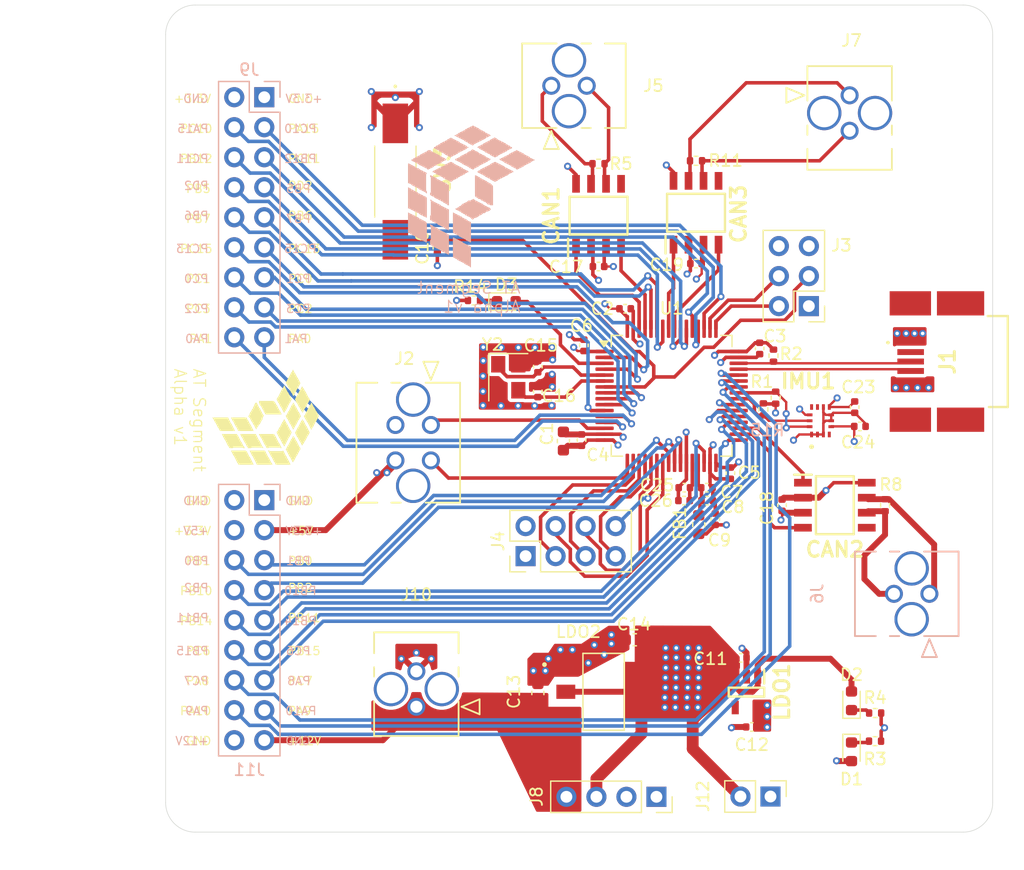
<source format=kicad_pcb>
(kicad_pcb (version 20240108) (generator "pcbnew") (generator_version "8.0")
  (layers (0 "F.Cu" signal) (1 "In1.Cu" power) (2 "In2.Cu" power) (31 "B.Cu" signal) (34 "B.Paste" user) (35 "F.Paste" user) (36 "B.SilkS" user "B.Silkscreen") (37 "F.SilkS" user "F.Silkscreen") (38 "B.Mask" user) (39 "F.Mask" user) (44 "Edge.Cuts" user))
  (net 0 "")
  (net 1 "GND")
  (net 2 "+3.3V")
  (net 3 "+3.3VA")
  (net 4 "/NRST")
  (net 5 "VBUS")
  (net 6 "+12V")
  (net 7 "/RCC_OSC_IN")
  (net 8 "/RCC_OSC_OUT")
  (net 9 "/FDCAN1_TX")
  (net 10 "/CANH_1")
  (net 11 "/CANL_1")
  (net 12 "/FDCAN1_RX")
  (net 14 "/CANH_2")
  (net 15 "/FDCAN2_TX")
  (net 17 "/CANL_2")
  (net 18 "/FDCAN2_RX")
  (net 20 "/CANL_3")
  (net 21 "/CANH_3")
  (net 22 "/FDCAN3_TX")
  (net 23 "/FDCAN3_RX")
  (net 24 "/3V3_LED_C")
  (net 25 "/5V_LED_C")
  (net 26 "/User_LED_GPIO")
  (net 27 "/User_LED_C")
  (net 28 "/I2C3_SDA")
  (net 29 "/I2C3_SCL")
  (net 33 "/USB_D+")
  (net 36 "/USB_D-")
  (net 40 "/USART2_TX")
  (net 41 "/USART2_RX")
  (net 42 "/SYS_JTMS-SWDIO")
  (net 43 "/SYS_JTCK-SWCLK")
  (net 44 "/SPI1_MISO")
  (net 45 "/SPI1_SCK")
  (net 46 "/GPIO_CE ")
  (net 48 "/GPIO_CSN")
  (net 49 "/GPIO_IRQ")
  (net 50 "/SPI1_MOSI")
  (net 51 "+5V")
  (net 52 "/PB1")
  (net 53 "/PC7")
  (net 54 "/PB2")
  (net 55 "/PB15")
  (net 56 "/PB0")
  (net 57 "/PA10")
  (net 58 "/PB10")
  (net 59 "/PA9")
  (net 60 "/PB11")
  (net 61 "/PC6")
  (net 62 "/PB14")
  (net 63 "/PA8")
  (net 64 "/PA1")
  (net 65 "/PA0")
  (net 66 "/PC3")
  (net 67 "/PC0")
  (net 68 "/PC1")
  (net 69 "/PC2")
  (net 70 "/PC13")
  (net 71 "/PC15")
  (net 72 "/PB6")
  (net 73 "/PB7")
  (net 74 "/PB5")
  (net 75 "/PD2")
  (net 76 "/PA15")
  (net 77 "/PC10")
  (net 78 "/PC12")
  (net 79 "/PC11")
  (footprint "LED_SMD:LED_0603_1608Metric" (layer "F.Cu") (at 139.7 96.52)
    (property "Reference" "D3")
    (property "Value" "LED")
  )
  (footprint "MountingHole:MountingHole_2.2mm_M2" (layer "F.Cu") (at 113.3602 73.914)
    (property "Reference" "H3" (hide yes))
    (property "Value" "MountingHole")
  )
  (footprint "Capacitor_SMD:C_0402_1005Metric" (layer "F.Cu") (at 142.36 104.12 90)
    (property "Reference" "C16")
    (property "Value" "10p")
  )
  (footprint "Capacitor_SMD:C_0402_1005Metric" (layer "F.Cu") (at 146.26 100.22 90)
    (property "Reference" "C6")
    (property "Value" "100n" (hide yes))
  )
  (footprint "Capacitor_SMD:C_0603_1608Metric" (layer "F.Cu") (at 142.365 129.64 90)
    (property "Reference" "C13")
    (property "Value" "10u")
  )
  (footprint "Resistor_SMD:R_0402_1005Metric" (layer "F.Cu") (at 170.91 131.3395)
    (property "Reference" "R4")
    (property "Value" "1k5")
  )
  (footprint "Resistor_SMD:R_0402_1005Metric" (layer "F.Cu") (at 171.75 113.75 -90)
    (property "Reference" "R8")
    (property "Value" "120R")
  )
  (footprint "Personal:VREG_TS1117BCW50_RPG" (layer "F.Cu") (at 147.93 129.54)
    (property "Reference" "LDO2")
    (property "Value" "TS1117BCW50_RPG")
  )
  (footprint "Capacitor_SMD:C_0402_1005Metric" (layer "F.Cu") (at 159.545648 126.67)
    (property "Reference" "C11")
    (property "Value" "1u")
  )
  (footprint "Personal:CON_430450224_MOL_VERT_1x2" (layer "F.Cu") (at 168.750011 79.06 180)
    (property "Reference" "J7")
    (property "Value" "Molex_Mini_1x2" (hide yes))
  )
  (footprint "Connector_PinSocket_2.54mm:PinSocket_1x04_P2.54mm_Vertical" (layer "F.Cu") (at 152.4 138.43 -90)
    (property "Reference" "J8")
    (property "Value" "Power")
  )
  (footprint "Capacitor_SMD:C_0402_1005Metric" (layer "F.Cu") (at 156.6926 113.3602)
    (property "Reference" "C8")
    (property "Value" "1u")
  )
  (footprint "Resistor_SMD:R_0402_1005Metric" (layer "F.Cu") (at 162.49 104.65 90)
    (property "Reference" "R1")
    (property "Value" "1k5")
  )
  (footprint "Crystal:Crystal_SMD_3225-4Pin_3.2x2.5mm" (layer "F.Cu") (at 139.86 102.92 -90)
    (property "Reference" "Y2")
    (property "Value" "16MHz")
  )
  (footprint "Personal:CON_430450224_MOL_VERT_1x2" (layer "F.Cu") (at 132.08 130.81)
    (property "Reference" "J10")
    (property "Value" "Molex_Mini_1x2" (hide yes))
  )
  (footprint "Resistor_SMD:R_0402_1005Metric" (layer "F.Cu") (at 155.75 84.6)
    (property "Reference" "R11")
    (property "Value" "120R")
  )
  (footprint "Connector_PinHeader_2.54mm:PinHeader_2x03_P2.54mm_Vertical" (layer "F.Cu") (at 165.3 96.9 180)
    (property "Reference" "J3")
    (property "Value" "JTAG")
  )
  (footprint "Personal:CON_430450224_MOL_VERT_1x2" (layer "F.Cu") (at 143.500001 78.25 -90)
    (property "Reference" "J5")
    (property "Value" "Molex_Mini_1x2" (hide yes))
  )
  (footprint "Capacitor_SMD:C_0402_1005Metric" (layer "F.Cu") (at 160.47 132.52 180)
    (property "Reference" "C12")
    (property "Value" "1u")
  )
  (footprint "Package_QFP:LQFP-64_10x10mm_P0.5mm" (layer "F.Cu") (at 153.685 104.49)
    (property "Reference" "U1")
    (property "Value" "STM32G483RE")
  )
  (footprint "Capacitor_SMD:C_0402_1005Metric" (layer "F.Cu") (at 146.06 108.24 90)
    (property "Reference" "C4")
    (property "Value" "100n" (hide yes))
  )
  (footprint "Capacitor_SMD:C_0402_1005Metric" (layer "F.Cu") (at 157.3784 114.935 90)
    (property "Reference" "C9")
    (property "Value" "1u")
  )
  (footprint "Personal:SOIC127P600X175-8N" (layer "F.Cu") (at 147.5 89.25 90)
    (property "Reference" "CAN1")
    (property "Value" "MCP2544WFDT-E_SN" (hide yes))
  )
  (footprint "Personal:LSM6DS3USTR" (layer "F.Cu") (at 166.28 106.603 90)
    (property "Reference" "IMU1")
    (property "Value" "LSM6DSOTR" (hide yes))
  )
  (footprint "MountingHole:MountingHole_2.2mm_M2" (layer "F.Cu") (at 178.36 73.92)
    (property "Reference" "H2" (hide yes))
    (property "Value" "MountingHole")
  )
  (footprint "Capacitor_SMD:C_0402_1005Metric" (layer "F.Cu") (at 169.18 105.45 -90)
    (property "Reference" "C23")
    (property "Value" "100n")
  )
  (footprint "Capacitor_SMD:C_0402_1005Metric" (layer "F.Cu") (at 155.75 93.3)
    (property "Reference" "C19")
    (property "Value" "100n")
  )
  (footprint "Personal:SOIC127P600X175-8N" (layer "F.Cu") (at 167.5 113.75)
    (property "Reference" "CAN2")
    (property "Value" "MCP2544WFDT-E_SN" (hide yes))
  )
  (footprint "Capacitor_SMD:C_0402_1005Metric" (layer "F.Cu") (at 169.62 107.08)
    (property "Reference" "C24")
    (property "Value" "100n")
  )
  (footprint "Personal:CON_430450424_MOL_VERT_2x2" (layer "F.Cu") (at 133.31 106.960001 90)
    (property "Reference" "J2")
    (property "Value" "Molex_Mini_2x2" (hide yes))
  )
  (footprint "Resistor_SMD:R_0402_1005Metric" (layer "F.Cu") (at 136.9568 96.4184 180)
    (property "Reference" "R14")
    (property "Value" "1k5")
  )
  (footprint "MountingHole:MountingHole_2.2mm_M2" (layer "F.Cu") (at 178.37 138.92)
    (property "Reference" "H1" (hide yes))
    (property "Value" "MountingHole")
  )
  (footprint "Capacitor_SMD:C_0603_1608Metric" (layer "F.Cu") (at 150.565 125.14 180)
    (property "Reference" "C14")
    (property "Value" "10u")
  )
  (footprint "Capacitor_SMD:C_0402_1005Metric" (layer "F.Cu") (at 154.7622 112.268 180)
    (property "Reference" "C25")
    (property "Value" "100n")
  )
  (footprint "Capacitor_SMD:C_0402_1005Metric" (layer "F.Cu") (at 142.36 102.02 90)
    (property "Reference" "C15")
    (property "Value" "10p")
  )
  (footprint "Capacitor_SMD:C_0402_1005Metric" (layer "F.Cu") (at 161.1376 100.4824 -90)
    (property "Reference" "C3")
    (property "Value" "100n" (hide yes))
  )
  (footprint "Capacitor_SMD:C_0402_1005Metric" (layer "F.Cu") (at 154.7368 113.3602 180)
    (property "Reference" "C26")
    (property "Value" "1u")
  )
  (footprint "Personal:logofinal_1.5cm" (layer "F.Cu") (at 118.364 106.172 -90)
    (property "Reference" "G***" (hide yes))
    (property "Value" "LOGO" (hide yes))
  )
  (footprint "Resistor_SMD:R_0402_1005Metric" (layer "F.Cu") (at 161.45 105.64 90)
    (property "Reference" "R15")
    (property "Value" "1k5")
  )
  (footprint "Resistor_SMD:R_0402_1005Metric" (layer "F.Cu") (at 170.9 133.72)
    (property "Reference" "R3")
    (property "Value" "1k5")
  )
  (footprint "LED_SMD:LED_0603_1608Metric" (layer "F.Cu") (at 168.91 130.302 90)
    (property "Reference" "D2")
    (property "Value" "LED")
  )
  (footprint "Capacitor_SMD:C_0402_1005Metric" (layer "F.Cu") (at 133.858 91.948 -90)
    (property "Reference" "C10")
    (property "Value" "100n")
  )
  (footprint "Resistor_SMD:R_0402_1005Metric" (layer "F.Cu") (at 147.5 84.85)
    (property "Reference" "R5")
    (property "Value" "120R")
  )
  (footprint "LED_SMD:LED_0603_1608Metric" (layer "F.Cu") (at 168.91 134.62 -90)
    (property "Reference" "D1")
    (property "Value" "LED")
  )
  (footprint "Capacitor_SMD:C_0402_1005Metric" (layer "F.Cu") (at 147.5 93.55)
    (property "Reference" "C17")
    (property "Value" "100n")
  )
  (footprint "Inductor_SMD:L_0603_1608Metric" (layer "F.Cu") (at 155.9814 115.3922 90)
    (property "Reference" "FB1")
    (property "Value" "120R")
  )
  (footprint "Capacitor_SMD:C_0402_1005Metric" (layer "F.Cu") (at 158.66 111.04 -90)
    (property "Reference" "C5")
    (property "Value" "100n" (hide yes))
  )
  (footprint "MountingHole:MountingHole_2.2mm_M2" (layer "F.Cu") (at 136.36 138.92)
    (property "Reference" "H4" (hide yes))
    (property "Value" "MountingHole")
  )
  (footprint "Connector_PinHeader_2.54mm:PinHeader_1x02_P2.54mm_Vertical" (layer "F.Cu") (at 162.052 138.405 -90)
    (property "Reference" "J12")
    (property "Value" "Conn_01x02_Pin")
  )
  (footprint "Personal:SOT95P285X140-5N" (layer "F.Cu") (at 160.02 129.57 -90)
    (property "Reference" "LDO1")
    (property "Value" "AP7366EA-33W5-7" (hide yes))
  )
  (footprint "Capacitor_SMD:C_0402_1005Metric" (layer "F.Cu") (at 163.029998 113.75 -90)
    (property "Reference" "C18")
    (property "Value" "100n")
  )
  (footprint "Capacitor_SMD:C_0402_1005Metric" (layer "F.Cu") (at 156.6672 112.268)
    (property "Reference" "C7")
    (property "Value" "100n")
  )
  (footprint "Resistor_SMD:R_0402_1005Metric" (layer "F.Cu") (at 162.306 101.092 -90)
    (property "Reference" "R2")
    (property "Value" "1k5")
  )
  (footprint "Connector_PinHeader_2.54mm:PinHeader_2x04_P2.54mm_Vertical" (layer "F.Cu") (at 141.3256 118.0592 90)
    (property "Reference" "J4")
    (property "Value" "SPI_NRF")
  )
  (footprint "Personal:548190572" (layer "F.Cu") (at 177.6388 101.59 -90)
    (property "Reference" "J1")
    (property "Value" "USB_B_Mini" (hide yes))
  )
  (footprint "MountingHole:MountingHole_2.2mm_M2" (layer "F.Cu") (at 136.3602 73.914)
    (property "Reference" "H3" (hide yes))
    (property "Value" "MountingHole")
  )
  (footprint "Personal:SOIC127P600X175-8N" (layer "F.Cu") (at 155.75 89 90)
    (property "Reference" "CAN3")
    (property "Value" "MCP2544WFDT-E_SN" (hide yes))
  )
  (footprint "Capacitor_SMD:C_0603_1608Metric" (layer "F.Cu") (at 144.526 108.32 90)
    (property "Reference" "C1")
    (property "Value" "10u" (hide yes))
  )
  (footprint "Capacitor_SMD:C_0402_1005Metric" (layer "F.Cu") (at 149.75 97.12)
    (property "Reference" "C2")
    (property "Value" "100n" (hide yes))
  )
  (footprint "MountingHole:MountingHole_2.2mm_M2" (layer "F.Cu") (at 113.36 138.92)
    (property "Reference" "H4" (hide yes))
    (property "Value" "MountingHole")
  )
  (footprint "Personal:Button_TL3302AF260QG" (layer "F.Cu") (at 130.302 86.36 -90)
    (property "Reference" "SW3")
    (property "Value" "SW_Push" (hide yes))
  )
  (footprint "Connector_PinHeader_2.54mm:PinHeader_2x09_P2.54mm_Vertical" (layer "B.Cu") (at 119.21 113.32 180)
    (property "Reference" "J11")
    (property "Value" "Remaining Pins_1")
  )
  (footprint "Personal:logofinal" (layer "B.Cu") (at 136.906 88.9 180)
    (property "Reference" "G***" (hide yes))
    (property "Value" "LOGO" (hide yes))
  )
  (footprint "Personal:CON_430450224_MOL_VERT_1x2" (layer "B.Cu") (at 175.5 121.25 -90)
    (property "Reference" "J6")
    (property "Value" "Molex_Mini_1x2" (hide yes))
  )
  (footprint "Connector_PinHeader_2.54mm:PinHeader_2x09_P2.54mm_Vertical" (layer "B.Cu") (at 119.21 79.22 180)
    (property "Reference" "J9")
    (property "Value" "Remaining Pins_2")
  )
  (gr_arc (start 178.36 71.42) (mid 180.127767 72.152233) (end 180.86 73.92) (stroke (width 0.05)) (layer "Edge.Cuts"))
  (gr_line (start 180.86 73.92) (end 180.86 138.92) (stroke (width 0.05)) (layer "Edge.Cuts"))
  (gr_arc (start 113.36 141.42) (mid 111.592233 140.687767) (end 110.86 138.92) (stroke (width 0.05)) (layer "Edge.Cuts"))
  (gr_line (start 113.36 71.42) (end 178.36 71.42) (stroke (width 0.05)) (layer "Edge.Cuts"))
  (gr_line (start 178.36 141.42) (end 113.36 141.42) (stroke (width 0.05)) (layer "Edge.Cuts"))
  (gr_line (start 110.86 138.92) (end 110.86 73.92) (stroke (width 0.05)) (layer "Edge.Cuts"))
  (gr_arc (start 110.86 73.92) (mid 111.592233 72.152233) (end 113.36 71.42) (stroke (width 0.05)) (layer "Edge.Cuts"))
  (gr_arc (start 180.86 138.92) (mid 180.127767 140.687767) (end 178.36 141.42) (stroke (width 0.05)) (layer "Edge.Cuts"))
  (gr_text "PC11" (at 114.554 84.836 -0) (layer "B.SilkS") (effects (font (size 0.7 0.7) (thickness 0.1)) (justify left bottom mirror)))
  (gr_text "PB10" (at 123.698 121.412 -0) (layer "B.SilkS") (effects (font (size 0.7 0.7) (thickness 0.1)) (justify left bottom mirror)))
  (gr_text "PA1" (at 122.936 100.076 -0) (layer "B.SilkS") (effects (font (size 0.7 0.7) (thickness 0.1)) (justify left bottom mirror)))
  (gr_text "PB5" (at 123.19 87.376 -0) (layer "B.SilkS") (effects (font (size 0.7 0.7) (thickness 0.1)) (justify left bottom mirror)))
  (gr_text "PC10" (at 123.698 82.296 -0) (layer "B.SilkS") (effects (font (size 0.7 0.7) (thickness 0.1)) (justify left bottom mirror)))
  (gr_text "PC0" (at 114.554 94.996 -0) (layer "B.SilkS") (effects (font (size 0.7 0.7) (thickness 0.1)) (justify left bottom mirror)))
  (gr_text "GND\n" (at 123.19 134.112 -0) (layer "B.SilkS") (effects (font (size 0.7 0.7) (thickness 0.1)) (justify left bottom mirror)))
  (gr_text "PA15" (at 114.554 82.296 -0) (layer "B.SilkS") (effects (font (size 0.7 0.7) (thickness 0.1)) (justify left bottom mirror)))
  (gr_text "PB14" (at 123.698 123.952 -0) (layer "B.SilkS") (effects (font (size 0.7 0.7) (thickness 0.1)) (justify left bottom mirror)))
  (gr_text "PB7" (at 123.19 89.916 -0) (layer "B.SilkS") (effects (font (size 0.7 0.7) (thickness 0.1)) (justify left bottom mirror)))
  (gr_text "+12V" (at 114.554 134.112 -0) (layer "B.SilkS") (effects (font (size 0.7 0.7) (thickness 0.1)) (justify left bottom mirror)))
  (gr_text "PA10\n" (at 123.698 131.572 -0) (layer "B.SilkS") (effects (font (size 0.7 0.7) (thickness 0.1)) (justify left bottom mirror)))
  (gr_text "PB15" (at 114.554 126.492 -0) (layer "B.SilkS") (effects (font (size 0.7 0.7) (thickness 0.1)) (justify left bottom mirror)))
  (gr_text "PB11" (at 114.554 123.698 -0) (layer "B.SilkS") (effects (font (size 0.7 0.7) (thickness 0.1)) (justify left bottom mirror)))
  (gr_text "PA8" (at 123.19 129.032 -0) (layer "B.SilkS") (effects (font (size 0.7 0.7) (thickness 0.1)) (justify left bottom mirror)))
  (gr_text "PB6" (at 114.554 89.662 -0) (layer "B.SilkS") (effects (font (size 0.7 0.7) (thickness 0.1)) (justify left bottom mirror)))
  (gr_text "PB12" (at 123.698 84.836 -0) (layer "B.SilkS") (effects (font (size 0.7 0.7) (thickness 0.1)) (justify left bottom mirror)))
  (gr_text "PC6" (at 123.19 126.492 -0) (layer "B.SilkS") (effects (font (size 0.7 0.7) (thickness 0.1)) (justify left bottom mirror)))
  (gr_text "PB1" (at 123.19 118.872 -0) (layer "B.SilkS") (effects (font (size 0.7 0.7) (thickness 0.1)) (justify left bottom mirror)))
  (gr_text "+3.3V" (at 124.206 116.332 -0) (layer "B.SilkS") (effects (font (size 0.7 0.7) (thickness 0.1)) (justify left bottom mirror)))
  (gr_text "GND\n" (at 114.554 79.756 -0) (layer "B.SilkS") (effects (font (size 0.7 0.7) (thickness 0.1)) (justify left bottom mirror)))
  (gr_text "PD2" (at 114.554 87.122 -0) (layer "B.SilkS") (effects (font (size 0.7 0.7) (thickness 0.1)) (justify left bottom mirror)))
  (gr_text "PC2" (at 114.554 97.536 -0) (layer "B.SilkS") (effects (font (size 0.7 0.7) (thickness 0.1)) (justify left bottom mirror)))
  (gr_text "AT Segment \nAlpha v1" (at 140.97 97.536 -0) (layer "B.SilkS") (effects (font (size 1 1) (thickness 0.1)) (justify left bottom mirror)))
  (gr_text "+3.3V\n" (at 124.206 79.756 -0) (layer "B.SilkS") (effects (font (size 0.7 0.7) (thickness 0.1)) (justify left bottom mirror)))
  (gr_text "GND\n" (at 123.19 113.792 -0) (layer "B.SilkS") (effects (font (size 0.7 0.7) (thickness 0.1)) (justify left bottom mirror)))
  (gr_text "PB2" (at 114.554 121.158 -0) (layer "B.SilkS") (effects (font (size 0.7 0.7) (thickness 0.1)) (justify left bottom mirror)))
  (gr_text "PC15" (at 123.698 92.456 -0) (layer "B.SilkS") (effects (font (size 0.7 0.7) (thickness 0.1)) (justify left bottom mirror)))
  (gr_text "PC1" (at 123.19 94.996 -0) (layer "B.SilkS") (effects (font (size 0.7 0.7) (thickness 0.1)) (justify left bottom mirror)))
  (gr_text "PA0" (at 114.554 100.076 -0) (layer "B.SilkS") (effects (font (size 0.7 0.7) (thickness 0.1)) (justify left bottom mirror)))
  (gr_text "PC13" (at 114.554 92.456 -0) (layer "B.SilkS") (effects (font (size 0.7 0.7) (thickness 0.1)) (justify left bottom mirror)))
  (gr_text "PB0\n" (at 114.554 118.872 -0) (layer "B.SilkS") (effects (font (size 0.7 0.7) (thickness 0.1)) (justify left bottom mirror)))
  (gr_text "+5V" (at 114.554 116.332 -0) (layer "B.SilkS") (effects (font (size 0.7 0.7) (thickness 0.1)) (justify left bottom mirror)))
  (gr_text "PA9" (at 114.554 131.572 -0) (layer "B.SilkS") (effects (font (size 0.7 0.7) (thickness 0.1)) (justify left bottom mirror)))
  (gr_text "GND\n" (at 114.554 113.792 -0) (layer "B.SilkS") (effects (font (size 0.7 0.7) (thickness 0.1)) (justify left bottom mirror)))
  (gr_text "PC7" (at 114.554 129.032 -0) (layer "B.SilkS") (effects (font (size 0.7 0.7) (thickness 0.1)) (justify left bottom mirror)))
  (gr_text "PC3\n" (at 123.19 97.536 -0) (layer "B.SilkS") (effects (font (size 0.7 0.7) (thickness 0.1)) (justify left bottom mirror)))
  (gr_text "+3.3V" (at 111.506 116.332 0) (layer "F.SilkS") (effects (font (size 0.7 0.7) (thickness 0.1)) (justify left bottom)))
  (gr_text "PB10" (at 112.014 121.412 0) (layer "F.SilkS") (effects (font (size 0.7 0.7) (thickness 0.1)) (justify left bottom)))
  (gr_text "PA15" (at 121.158 82.296 0) (layer "F.SilkS") (effects (font (size 0.7 0.7) (thickness 0.1)) (justify left bottom)))
  (gr_text "+12V" (at 121.158 134.112 0) (layer "F.SilkS") (effects (font (size 0.7 0.7) (thickness 0.1)) (justify left bottom)))
  (gr_text "GND\n" (at 112.522 134.112 0) (layer "F.SilkS") (effects (font (size 0.7 0.7) (thickness 0.1)) (justify left bottom)))
  (gr_text "PB12" (at 112.014 84.836 0) (layer "F.SilkS") (effects (font (size 0.7 0.7) (thickness 0.1)) (justify left bottom)))
  (gr_text "PA8" (at 112.522 129.032 0) (layer "F.SilkS") (effects (font (size 0.7 0.7) (thickness 0.1)) (justify left bottom)))
  (gr_text "PB6" (at 121.158 89.662 0) (layer "F.SilkS") (effects (font (size 0.7 0.7) (thickness 0.1)) (justify left bottom)))
  (gr_text "PD2" (at 121.158 87.122 0) (layer "F.SilkS") (effects (font (size 0.7 0.7) (thickness 0.1)) (justify left bottom)))
  (gr_text "PB1" (at 112.522 118.872 0) (layer "F.SilkS") (effects (font (size 0.7 0.7) (thickness 0.1)) (justify left bottom)))
  (gr_text "+3.3V\n" (at 111.506 79.756 0) (layer "F.SilkS") (effects (font (size 0.7 0.7) (thickness 0.1)) (justify left bottom)))
  (gr_text "GND\n" (at 121.158 113.792 0) (layer "F.SilkS") (effects (font (size 0.7 0.7) (thickness 0.1)) (justify left bottom)))
  (gr_text "PB5" (at 112.522 87.376 0) (layer "F.SilkS") (effects (font (size 0.7 0.7) (thickness 0.1)) (justify left bottom)))
  (gr_text "PC3\n" (at 112.522 97.536 0) (layer "F.SilkS") (effects (font (size 0.7 0.7) (thickness 0.1)) (justify left bottom)))
  (gr_text "PB14" (at 112.014 123.952 0) (layer "F.SilkS") (effects (font (size 0.7 0.7) (thickness 0.1)) (justify left bottom)))
  (gr_text "PA0" (at 121.158 100.076 0) (layer "F.SilkS") (effects (font (size 0.7 0.7) (thickness 0.1)) (justify left bottom)))
  (gr_text "AT Segment \nAlpha v1" (at 111.506 102.108 -90) (layer "F.SilkS") (effects (font (size 1 1) (thickness 0.1)) (justify left bottom)))
  (gr_text "GND\n" (at 121.158 79.756 0) (layer "F.SilkS") (effects (font (size 0.7 0.7) (thickness 0.1)) (justify left bottom)))
  (gr_text "PB2" (at 121.158 121.158 0) (layer "F.SilkS") (effects (font (size 0.7 0.7) (thickness 0.1)) (justify left bottom)))
  (gr_text "PC1" (at 112.522 94.996 0) (layer "F.SilkS") (effects (font (size 0.7 0.7) (thickness 0.1)) (justify left bottom)))
  (gr_text "PA9" (at 121.158 131.572 0) (layer "F.SilkS") (effects (font (size 0.7 0.7) (thickness 0.1)) (justify left bottom)))
  (gr_text "PB15" (at 121.158 126.492 0) (layer "F.SilkS") (effects (font (size 0.7 0.7) (thickness 0.1)) (justify left bottom)))
  (gr_text "PC6" (at 112.522 126.492 0) (layer "F.SilkS") (effects (font (size 0.7 0.7) (thickness 0.1)) (justify left bottom)))
  (gr_text "PC0" (at 121.158 94.996 0) (layer "F.SilkS") (effects (font (size 0.7 0.7) (thickness 0.1)) (justify left bottom)))
  (gr_text "PC7" (at 121.158 129.032 0) (layer "F.SilkS") (effects (font (size 0.7 0.7) (thickness 0.1)) (justify left bottom)))
  (gr_text "PB0\n" (at 121.158 118.872 0) (layer "F.SilkS") (effects (font (size 0.7 0.7) (thickness 0.1)) (justify left bottom)))
  (gr_text "GND\n" (at 112.522 113.792 0) (layer "F.SilkS") (effects (font (size 0.7 0.7) (thickness 0.1)) (justify left bottom)))
  (gr_text "PC10" (at 112.014 82.296 0) (layer "F.SilkS") (effects (font (size 0.7 0.7) (thickness 0.1)) (justify left bottom)))
  (gr_text "PC13" (at 121.158 92.456 0) (layer "F.SilkS") (effects (font (size 0.7 0.7) (thickness 0.1)) (justify left bottom)))
  (gr_text "PC11" (at 121.158 84.836 0) (layer "F.SilkS") (effects (font (size 0.7 0.7) (thickness 0.1)) (justify left bottom)))
  (gr_text "PC2" (at 121.158 97.536 0) (layer "F.SilkS") (effects (font (size 0.7 0.7) (thickness 0.1)) (justify left bottom)))
  (gr_text "PB11" (at 121.158 123.698 0) (layer "F.SilkS") (effects (font (size 0.7 0.7) (thickness 0.1)) (justify left bottom)))
  (gr_text "PB7" (at 112.522 89.916 0) (layer "F.SilkS") (effects (font (size 0.7 0.7) (thickness 0.1)) (justify left bottom)))
  (gr_text "PA10\n" (at 112.014 131.572 0) (layer "F.SilkS") (effects (font (size 0.7 0.7) (thickness 0.1)) (justify left bottom)))
  (gr_text "PC15" (at 112.014 92.456 0) (layer "F.SilkS") (effects (font (size 0.7 0.7) (thickness 0.1)) (justify left bottom)))
  (gr_text "PA1" (at 112.776 100.076 0) (layer "F.SilkS") (effects (font (size 0.7 0.7) (thickness 0.1)) (justify left bottom)))
  (gr_text "+5V" (at 121.158 116.332 0) (layer "F.SilkS") (effects (font (size 0.7 0.7) (thickness 0.1)) (justify left bottom)))
  (segment (start 157.2006 108.718294) (end 156.935 108.983894) (width 0.3) (layer "F.Cu") (net 1))
  (segment (start 160.02 126.675648) (end 160.025648 126.67) (width 0.5) (layer "F.Cu") (net 1))
  (segment (start 142.365 128.865) (end 142.365 128.748) (width 0.5) (layer "F.Cu") (net 1))
  (segment (start 164.484 107.766) (end 165.53 107.766) (width 0.2) (layer "F.Cu") (net 1))
  (segment (start 171.42 132.872) (end 171.42 133.71) (width 0.3) (layer "F.Cu") (net 1))
  (segment (start 153.845 85.5698) (end 153.2382 84.963) (width 0.3) (layer "F.Cu") (net 1))
  (segment (start 158.818 132.52) (end 158.75 132.588) (width 0.5) (layer "F.Cu") (net 1))
  (segment (start 158.2718 101.24) (end 157.8356 101.6762) (width 0.3) (layer "F.Cu") (net 1))
  (segment (start 150.435 99.69312) (end 150.435 98.815) (width 0.3) (layer "F.Cu") (net 1))
  (segment (start 166.53 105.9025) (end 166.7305 106.103) (width 0.2) (layer "F.Cu") (net 1))
  (segment (start 164 108.25) (end 164.484 107.766) (width 0.2) (layer "F.Cu") (net 1))
  (segment (start 160.86 101.24) (end 161.1376 100.9624) (width 0.3) (layer "F.Cu") (net 1))
  (segment (start 167.192 106.603) (end 166.7295 106.603) (width 0.2) (layer "F.Cu") (net 1))
  (segment (start 157.3784 114.455) (end 157.3784 113.566) (width 0.3) (layer "F.Cu") (net 1))
  (segment (start 158.66 111.52) (end 157.41188 111.52) (width 0.3) (layer "F.Cu") (net 1))
  (segment (start 166.7295 106.603) (end 166.53 106.8025) (width 0.2) (layer "F.Cu") (net 1))
  (segment (start 166.135 113.115) (end 167.405 111.845) (width 0.3) (layer "F.Cu") (net 1))
  (segment (start 155.27 93.904) (end 154.9908 94.1832) (width 0.3) (layer "F.Cu") (net 1))
  (segment (start 166.7305 106.103) (end 167.192 106.103) (width 0.2) (layer "F.Cu") (net 1))
  (segment (start 147.02 93.55) (end 147.02 92.105) (width 0.3) (layer "F.Cu") (net 1))
  (segment (start 151.003 100.1014) (end 150.84328 100.1014) (width 0.3) (layer "F.Cu") (net 1))
  (segment (start 157.1726 113.3602) (end 157.1726 112.2934) (width 0.3) (layer "F.Cu") (net 1))
  (segment (start 159.36 101.24) (end 160.86 101.24) (width 0.3) (layer "F.Cu") (net 1))
  (segment (start 150.23 97.12) (end 150.435 97.325) (width 0.3) (layer "F.Cu") (net 1))
  (segment (start 160.025648 128.264352) (end 160.02 128.27) (width 0.5) (layer "F.Cu") (net 1))
  (segment (start 170.1 106.85) (end 169.18 105.93) (width 0.2) (layer "F.Cu") (net 1))
  (segment (start 157.2006 108.6358) (end 157.2006 108.718294) (width 0.3) (layer "F.Cu") (net 1))
  (segment (start 160.025648 126.243648) (end 160.025648 126.67) (width 0.5) (layer "F.Cu") (net 1))
  (segment (start 156.935 111.04312) (end 156.935 110.165) (width 0.3) (layer "F.Cu") (net 1))
  (segment (start 147.4978 94.7166) (end 147.02 94.2388) (width 0.3) (layer "F.Cu") (net 1))
  (segment (start 144.8816 85.0646) (end 145.595 85.778) (width 0.3) (layer "F.Cu") (net 1))
  (segment (start 166.53 105.44) (end 166.53 105.9025) (width 0.2) (layer "F.Cu") (net 1))
  (segment (start 155.27 93.3) (end 155.27 93.904) (width 0.3) (layer "F.Cu") (net 1))
  (segment (start 154.935 111.568354) (end 154.2822 112.221154) (width 0.3) (layer "F.Cu") (net 1))
  (segment (start 157.1726 112.2934) (end 157.1472 112.268) (width 0.3) (layer "F.Cu") (net 1))
  (segment (start 159.99 132.52) (end 158.818 132.52) (width 0.5) (layer "F.Cu") (net 1))
  (segment (start 170.1 107.08) (end 170.1 106.85) (width 0.2) (layer "F.Cu") (net 1))
  (segment (start 153.845 86.3) (end 153.845 85.5698) (width 0.3) (layer "F.Cu") (net 1))
  (segment (start 154.2568 113.3602) (end 154.2568 112.2934) (width 0.3) (layer "F.Cu") (net 1))
  (segment (start 147.02 92.105) (end 146.865 91.95) (width 0.3) (layer "F.Cu") (net 1))
  (segment (start 133.858 93.472) (end 133.858 92.428) (width 0.3) (layer "F.Cu") (net 1))
  (segment (start 135.4836 96.4184) (end 136.4468 96.4184) (width 0.3) (layer "F.Cu") (net 1))
  (segment (start 155.27 91.855) (end 155.115 91.7) (width 0.3) (layer "F.Cu") (net 1))
  (segment (start 148.01 107.74) (end 146.08 107.74) (width 0.3) (layer "F.Cu") (net 1))
  (segment (start 164.8 113.115) (end 166.135 113.115) (width 0.5) (layer "F.Cu") (net 1))
  (segment (start 171.42 131.3395) (end 171.42 132.304) (width 0.3) (layer "F.Cu") (net 1))
  (segment (start 154.935 110.165) (end 154.935 111.568354) (width 0.3) (layer "F.Cu") (net 1))
  (segment (start 154.9146 107.569) (end 154.935 107.5894) (width 0.3) (layer "F.Cu") (net 1))
  (segment (start 154.2568 112.2934) (end 154.2822 112.268) (width 0.3) (layer "F.Cu") (net 1))
  (segment (start 171.41 133.818) (end 171.45 133.858) (width 0.2) (layer "F.Cu") (net 1))
  (segment (start 145.595 85.778) (end 145.595 86.55) (width 0.3) (layer "F.Cu") (net 1))
  (segment (start 156.935 108.983894) (end 156.935 110.165) (width 0.3) (layer "F.Cu") (net 1))
  (segment (start 154.2822 112.221154) (end 154.2822 112.268) (width 0.3) (layer "F.Cu") (net 1))
  (segment (start 167.405 111.845) (end 170.2 111.845) (width 0.3) (layer "F.Cu") (net 1))
  (segment (start 167.192 106.603) (end 167.192 106.103) (width 0.2) (layer "F.Cu") (net 1))
  (segment (start 160.02 128.27) (end 160.02 126.675648) (width 0.5) (layer "F.Cu") (net 1))
  (segment (start 145.46 99.74) (end 146.26 99.74) (width 0.3) (layer "F.Cu") (net 1))
  (segment (start 150.435 97.325) (end 150.435 98.815) (width 0.3) (layer "F.Cu") (net 1))
  (segment (start 155.27 93.3) (end 155.27 91.855) (width 0.3) (layer "F.Cu") (net 1))
  (segment (start 171.41 133.72) (end 171.41 133.818) (width 0.2) (layer "F.Cu") (net 1))
  (segment (start 156.935 112.0558) (end 157.1472 112.268) (width 0.3) (layer "F.Cu") (net 1))
  (segment (start 164.8 113.115) (end 163.184998 113.115) (width 0.5) (layer "F.Cu") (net 1))
  (segment (start 167.365 105.93) (end 167.192 106.103) (width 0.2) (layer "F.Cu") (net 1))
  (segment (start 166.53 106.8025) (end 166.53 107.766) (width 0.2) (layer "F.Cu") (net 1))
  (segment (start 154.2822 113.5126) (end 154.3076 113.538) (width 0.2) (layer "F.Cu") (net 1))
  (segment (start 166.135 113.115) (end 166.75 112.5) (width 0.5) (layer "F.Cu") (net 1))
  (segment (start 146.06 107.76) (end 144.741 107.76) (width 0.5) (layer "F.Cu") (net 1))
  (segment (start 144.741 107.76) (end 144.526 107.545) (width 0.5) (layer "F.Cu") (net 1))
  (segment (start 147.02 94.2388) (end 147.02 93.55) (width 0.3) (layer "F.Cu") (net 1))
  (segment (start 150.84328 100.1014) (end 150.435 99.69312) (width 0.3) (layer "F.Cu") (net 1))
  (segment (start 157.3784 113.566) (end 157.1726 113.3602) (width 0.3) (layer "F.Cu") (net 1))
  (segment (start 149.585816 107.99111) (end 149.334706 107.74) (width 0.3) (layer "F.Cu") (net 1))
  (segment (start 171.704 132.588) (end 171.42 132.872) (width 0.3) (layer "F.Cu") (net 1))
  (segment (start 146.08 107.74) (end 146.06 107.76) (width 0.3) (layer "F.Cu") (net 1))
  (segment (start 171.42 133.71) (end 171.41 133.72) (width 0.3) (layer "F.Cu") (net 1))
  (segment (start 157.41188 111.52) (end 156.935 111.04312) (width 0.3) (layer "F.Cu") (net 1))
  (segment (start 163.184998 113.115) (end 163.029998 113.27) (width 0.5) (layer "F.Cu") (net 1))
  (segment (start 165.53 107.766) (end 166.53 107.766) (width 0.2) (layer "F.Cu") (net 1))
  (segment (start 166.53 107.766) (end 166.53 105.44) (width 0.2) (layer "F.Cu") (net 1))
  (segment (start 144.675 107.76) (end 144.46 107.545) (width 0.2) (layer "F.Cu") (net 1))
  (segment (start 149.334706 107.74) (end 148.01 107.74) (width 0.3) (layer "F.Cu") (net 1))
  (segment (start 156.935 110.165) (end 156.935 112.0558) (width 0.3) (layer "F.Cu") (net 1))
  (segment (start 171.42 132.304) (end 171.704 132.588) (width 0.3) (layer "F.Cu") (net 1))
  (segment (start 145.034 99.314) (end 145.46 99.74) (width 0.3) (layer "F.Cu") (net 1))
  (segment (start 159.36 101.24) (end 158.2718 101.24) (width 0.3) (layer "F.Cu") (net 1))
  (segment (start 159.639 125.857) (end 160.025648 126.243648) (width 0.5) (layer "F.Cu") (net 1))
  (segment (start 154.935 107.5894) (end 154.935 110.165) (width 0.3) (layer "F.Cu") (net 1))
  (segment (start 169.18 105.93) (end 167.365 105.93) (width 0.2) (layer "F.Cu") (net 1))
  (via (at 157.8356 101.6762) (size 0.6) (drill 0.3) (layers "F.Cu" "B.Cu") (net 1))
  (via (at 132.334 81.788) (size 0.6) (drill 0.3) (layers "F.Cu" "B.Cu") (net 1))
  (via (at 174.9298 99.2124) (size 0.6) (drill 0.3) (layers "F.Cu" "B.Cu") (net 1))
  (via (at 159.639 125.857) (size 0.6) (drill 0.3) (layers "F.Cu" "B.Cu") (net 1))
  (via (at 128.27 81.788) (size 0.6) (drill 0.3) (layers "F.Cu" "B.Cu") (net 1))
  (via (at 139.2428 105.3338) (size 0.6) (drill 0.3) (layers "F.Cu" "B.Cu") (net 1))
  (via (at 137.7188 104.1146) (size 0.6) (drill 0.3) (layers "F.Cu" "B.Cu") (net 1))
  (via (at 132.334 78.74) (size 0.6) (drill 0.3) (layers "F.Cu" "B.Cu") (net 1))
  (via (at 140.6906 105.3338) (size 0.6) (drill 0.3) (layers "F.Cu" "B.Cu") (net 1))
  (via (at 133.858 93.472) (size 0.6) (drill 0.3) (layers "F.Cu" "B.Cu") (net 1))
  (via (at 153.2382 84.963) (size 0.6) (drill 0.3) (layers "F.Cu" "B.Cu") (net 1))
  (via (at 133.35 126.746) (size 0.6) (drill 0.3) (layers "F.Cu" "B.Cu") (net 1))
  (via (at 144.272 125.984) (size 0.6) (drill 0.3) (layers "F.Cu" "B.Cu") (net 1))
  (via (at 142.0876 105.3338) (size 0.6) (drill 0.3) (layers "F.Cu" "B.Cu") (net 1))
  (via (at 149.585816 107.99111) (size 0.6) (drill 0.3) (layers "F.Cu" "B.Cu") (net 1))
  (via (at 145.288 125.984) (size 0.6) (drill 0.3) (layers "F.Cu" "B.Cu") (net 1))
  (via (at 166.75 112.5) (size 0.6) (drill 0.3) (layers "F.Cu" "B.Cu") (net 1))
  (via (at 171.704 132.588) (size 0.6) (drill 0.3) (layers "F.Cu" "B.Cu") (net 1))
  (via (at 148.59 125.476) (size 0.6) (drill 0.3) (layers "F.Cu" "B.Cu") (net 1))
  (via (at 151.003 100.1014) (size 0.6) (drill 0.3) (layers "F.Cu" "B.Cu") (net 1))
  (via (at 157.2006 108.6358) (size 0.6) (drill 0.3) (layers "F.Cu" "B.Cu") (net 1))
  (via (at 154.9908 94.1832) (size 0.6) (drill 0.3) (layers "F.Cu" "B.Cu") (net 1))
  (via (at 172.7708 99.2124) (size 0.6) (drill 0.3) (layers "F.Cu" "B.Cu") (net 1))
  (via (at 137.7188 102.8192) (size 0.6) (drill 0.3) (layers "F.Cu" "B.Cu") (net 1))
  (via (at 144.8816 85.0646) (size 0.6) (drill 0.3) (layers "F.Cu" "B.Cu") (net 1))
  (via (at 130.302 79.248) (size 0.6) (drill 0.3) (layers "F.Cu" "B.Cu") (net 1))
  (via (at 148.59 124.714) (size 0.6) (drill 0.3) (layers "F.Cu" "B.Cu") (net 1))
  (via (at 145.034 99.314) (size 0.6) (drill 0.3) (layers "F.Cu" "B.Cu") (net 1))
  (via (at 132.08 126.238) (size 0.6) (drill 0.3) (layers "F.Cu" "B.Cu") (net 1))
  (via (at 141.986 127.762) (size 0.6) (drill 0.3) (layers "F.Cu" "B.Cu") (net 1))
  (via (at 128.27 78.74) (size 0.6) (drill 0.3) (layers "F.Cu" "B.Cu") (net 1))
  (via (at 137.7188 105.3084) (size 0.6) (drill 0.3) (layers "F.Cu" "B.Cu") (net 1))
  (via (at 143.5862 103.7336) (size 0.6) (drill 0.3) (layers "F.Cu" "B.Cu") (net 1))
  (via (at 158.75 132.588) (size 0.6) (drill 0.3) (layers "F.Cu" "B.Cu") (net 1))
  (via (at 173.5328 99.2124) (size 0.6) (drill 0.3) (layers "F.Cu" "B.Cu") (net 1))
  (via (at 154.9146 107.569) (size 0.6) (drill 0.3) (layers "F.Cu" "B.Cu") (net 1))
  (via (at 142.113 100.4062) (size 0.6) (drill 0.3) (layers "F.Cu" "B.Cu") (net 1))
  (via (at 143.5354 105.3084) (size 0.6) (drill 0.3) (layers "F.Cu" "B.Cu") (net 1))
  (via (at 147.9804 126.4158) (size 0.6) (drill 0.3) (layers "F.Cu" "B.Cu") (net 1))
  (via (at 143.5608 100.3808) (size 0.6) (drill 0.3) (layers "F.Cu" "B.Cu") (net 1))
  (via (at 137.7442 100.3808) (size 0.6) (drill 0.3) (layers "F.Cu" "B.Cu") (net 1))
  (via (at 140.716 100.4062) (size 0.6) (drill 0.3) (layers "F.Cu" "B.Cu") (net 1))
  (via (at 174.244 99.2124) (size 0.6) (drill 0.3) (layers "F.Cu" "B.Cu") (net 1))
  (via (at 146.6342 127.1016) (size 0.6) (drill 0.3) (layers "F.Cu" "B.Cu") (net 1))
  (via (at 147.1422 125.5776) (size 0.6) (drill 0.3) (layers "F.Cu" "B.Cu") (net 1))
  (via (at 147.4978 94.7166) (size 0.6) (drill 0.3) (layers "F.Cu" "B.Cu") (net 1))
  (via (at 164 108.25) (size 0.6) (drill 0.3) (layers "F.Cu" "B.Cu") (net 1))
  (via (at 139.2682 100.4062) (size 0.6) (drill 0.3) (layers "F.Cu" "B.Cu") (net 1))
  (via (at 130.81 126.746) (size 0.6) (drill 0.3) (layers "F.Cu" "B.Cu") (net 1))
  (via (at 143.5608 102.6668) (size 0.6) (drill 0.3) (layers "F.Cu" "B.Cu") (net 1))
  (via (at 143.6116 101.4476) (size 0.6) (drill 0.3) (layers "F.Cu" "B.Cu") (net 1))
  (via (at 137.7442 101.5238) (size 0.6) (drill 0.3) (layers "F.Cu" "B.Cu") (net 1))
  (via (at 143.256 126.746) (size 0.6) (drill 0.3) (layers "F.Cu" "B.Cu") (net 1))
  (via (at 135.4836 96.4184) (size 0.6) (drill 0.3) (layers "F.Cu" "B.Cu") (net 1))
  (via (at 143.002 127.762) (size 0.6) (drill 0.3) (layers "F.Cu" "B.Cu") (net 1))
  (segment (start 167.03 105.44) (end 168.71 105.44) (width 0.2) (layer "F.Cu") (net 2))
  (segment (start 149.27 97.166846) (end 149.27 97.12) (width 0.3) (layer "F.Cu") (net 2))
  (segment (start 161.33 105.18) (end 162.32 105.18) (width 0.3) (layer "F.Cu") (net 2))
  (segment (start 157.3784 115.415) (end 158.3156 115.415) (width 0.3) (layer "F.Cu") (net 2))
  (segment (start 167.03 105.44) (end 167.03 105.3342) (width 0.2) (layer "F.Cu") (net 2))
  (segment (start 149.935 98.815) (end 149.935 97.78) (width 0.3) (layer "F.Cu") (net 2))
  (segment (start 159.36 100.74) (end 160.03 100.74) (width 0.3) (layer "F.Cu") (net 2))
  (segment (start 167.03 105.3342) (end 167.6908 104.6734) (width 0.2) (layer "F.Cu") (net 2))
  (segment (start 149.935 97.78) (end 149.883154 97.78) (width 0.3) (layer "F.Cu") (net 2))
  (segment (start 162.48 105.94) (end 162.49 105.93) (width 0.2) (layer "F.Cu") (net 2))
  (segment (start 167.6655 135.4075) (end 167.64 135.382) (width 0.5) (layer "F.Cu") (net 2))
  (segment (start 160.03 100.74) (end 160.7676 100.0024) (width 0.3) (layer "F.Cu") (net 2))
  (segment (start 148.01 100.74) (end 146.3 100.74) (width 0.3) (layer "F.Cu") (net 2))
  (segment (start 169.14 107.08) (end 169.14 108.355) (width 0.2) (layer "F.Cu") (net 2))
  (segment (start 162.306 100.582) (end 161.7264 100.0024) (width 0.3) (layer "F.Cu") (net 2))
  (segment (start 148.4534 97.12) (end 148.0312 96.6978) (width 0.2) (layer "F.Cu") (net 2))
  (segment (start 158.3156 115.415) (end 158.3182 115.4176) (width 0.3) (layer "F.Cu") (net 2))
  (segment (start 161.7264 100.0024) (end 161.1376 100.0024) (width 0.3) (layer "F.Cu") (net 2))
  (segment (start 146.586846 108.24) (end 146.106846 108.72) (width 0.3) (layer "F.Cu") (net 2))
  (segment (start 157.83 110.56) (end 157.435 110.165) (width 0.3) (layer "F.Cu") (net 2))
  (segment (start 149.883154 97.78) (end 149.27 97.166846) (width 0.3) (layer "F.Cu") (net 2))
  (segment (start 156.6137 116.1797) (end 157.3784 115.415) (width 0.3) (layer "F.Cu") (net 2))
  (segment (start 168.91 135.4075) (end 167.6655 135.4075) (width 0.5) (layer "F.Cu") (net 2))
  (segment (start 146.106846 108.72) (end 146.06 108.72) (width 0.3) (layer "F.Cu") (net 2))
  (segment (start 148.01 108.24) (end 146.586846 108.24) (width 0.3) (layer "F.Cu") (net 2))
  (segment (start 146.26 100.7) (end 145.711592 100.7) (width 0.2) (layer "F.Cu") (net 2))
  (segment (start 160.7676 100.0024) (end 161.1376 100.0024) (width 0.3) (layer "F.Cu") (net 2))
  (segment (start 149.27 97.12) (end 148.4534 97.12) (width 0.2) (layer "F.Cu") (net 2))
  (segment (start 144.901 108.72) (end 144.526 109.095) (width 0.5) (layer "F.Cu") (net 2))
  (segment (start 146.06 108.72) (end 144.901 108.72) (width 0.5) (layer "F.Cu") (net 2))
  (segment (start 157.644294 100.74) (end 159.36 100.74) (width 0.3) (layer "F.Cu") (net 2))
  (segment (start 168.71 105.44) (end 169.18 104.97) (width 0.2) (layer "F.Cu") (net 2))
  (segment (start 155.9814 116.1797) (end 156.6137 116.1797) (width 0.3) (layer "F.Cu") (net 2))
  (segment (start 149.1488 108.6612) (end 148.7276 108.24) (width 0.3) (layer "F.Cu") (net 2))
  (segment (start 169.14 108.355) (end 169.1386 108.3564) (width 0.2) (layer "F.Cu") (net 2))
  (segment (start 162.49 105.93) (end 162.49 105.16) (width 0.2) (layer "F.Cu") (net 2))
  (segment (start 157.318579 101.065715) (end 157.644294 100.74) (width 0.3) (layer "F.Cu") (net 2))
  (segment (start 165.0056 106.103) (end 164.5158 105.6132) (width 0.2) (layer "F.Cu") (net 2))
  (segment (start 146.54 108.24) (end 146.06 108.72) (width 0.2) (layer "F.Cu") (net 2))
  (segment (start 165.368 106.103) (end 165.0056 106.103) (width 0.2) (layer "F.Cu") (net 2))
  (segment (start 162.32 105.18) (end 162.39 105.11) (width 0.3) (layer "F.Cu") (net 2))
  (segment (start 146.3 100.74) (end 146.26 100.7) (width 0.3) (layer "F.Cu") (net 2))
  (segment (start 158.66 110.56) (end 157.83 110.56) (width 0.3) (layer "F.Cu") (net 2))
  (segment (start 145.711592 100.7) (end 145.398694 100.387102) (width 0.2) (layer "F.Cu") (net 2))
  (segment (start 148.01 108.24) (end 146.54 108.24) (width 0.2) (layer "F.Cu") (net 2))
  (segment (start 167.215 107.08) (end 167.192 107.103) (width 0.2) (layer "F.Cu") (net 2))
  (segment (start 158.8832 110.56) (end 159.3596 110.0836) (width 0.3) (layer "F.Cu") (net 2))
  (segment (start 148.7276 108.24) (end 148.01 108.24) (width 0.3) (layer "F.Cu") (net 2))
  (segment (start 158.66 110.56) (end 158.8832 110.56) (width 0.3) (layer "F.Cu") (net 2))
  (segment (start 169.14 107.08) (end 167.215 107.08) (width 0.2) (layer "F.Cu") (net 2))
  (via (at 149.1488 108.6612) (size 0.6) (drill 0.3) (layers "F.Cu" "B.Cu") (net 2))
  (via (at 157.318579 101.065715) (size 0.6) (drill 0.3) (layers "F.Cu" "B.Cu") (net 2))
  (via (at 169.1386 108.3564) (size 0.6) (drill 0.3) (layers "F.Cu" "B.Cu") (net 2))
  (via (at 167.64 135.382) (size 0.6) (drill 0.3) (layers "F.Cu" "B.Cu") (net 2))
  (via (at 161.7726 131.6482) (size 0.6) (drill 0.3) (layers "F.Cu" "B.Cu") (net 2))
  (via (at 148.0312 96.6978) (size 0.6) (drill 0.3) (layers "F.Cu" "B.Cu") (net 2))
  (via (at 162.48 105.94) (size 0.6) (drill 0.3) (layers "F.Cu" "B.Cu") (net 2))
  (via (at 145.398694 100.387102) (size 0.6) (drill 0.3) (layers "F.Cu" "B.Cu") (net 2))
  (via (at 159.3596 110.0836) (size 0.6) (drill 0.3) (layers "F.Cu" "B.Cu") (net 2))
  (via (at 167.6908 104.6734) (size 0.6) (drill 0.3) (layers "F.Cu" "B.Cu") (net 2))
  (via (at 161.7726 132.5372) (size 0.6) (drill 0.3) (layers "F.Cu" "B.Cu") (net 2))
  (via (at 161.7726 131.6482) (size 0.6) (drill 0.3) (layers "F.Cu" "B.Cu") (net 2))
  (via (at 158.3182 115.4176) (size 0.6) (drill 0.3) (layers "F.Cu" "B.Cu") (net 2))
  (via (at 164.5158 105.6132) (size 0.6) (drill 0.3) (layers "F.Cu" "B.Cu") (net 2))
  (via (at 161.7726 130.683) (size 0.6) (drill 0.3) (layers "F.Cu" "B.Cu") (net 2))
  (segment (start 156.0831 113.4897) (end 156.2126 113.3602) (width 0.3) (layer "F.Cu") (net 3))
  (segment (start 156.2126 113.3602) (end 156.2126 112.2934) (width 0.3) (layer "F.Cu") (net 3))
  (segment (start 156.2126 112.2934) (end 156.1872 112.268) (width 0.3) (layer "F.Cu") (net 3))
  (segment (start 155.435 110.165) (end 155.435 112.0752) (width 0.3) (layer "F.Cu") (net 3))
  (segment (start 155.2168 112.2934) (end 155.2422 112.268) (width 0.3) (layer "F.Cu") (net 3))
  (segment (start 155.2168 113.3602) (end 155.2168 112.2934) (width 0.3) (layer "F.Cu") (net 3))
  (segment (start 155.935 112.0158) (end 156.1872 112.268) (width 0.3) (layer "F.Cu") (net 3))
  (segment (start 156.0831 114.7572) (end 156.0831 113.4897) (width 0.3) (layer "F.Cu") (net 3))
  (segment (start 155.2422 113.5126) (end 155.2676 113.538) (width 0.2) (layer "F.Cu") (net 3))
  (segment (start 155.435 112.0752) (end 155.2422 112.268) (width 0.3) (layer "F.Cu") (net 3))
  (segment (start 155.935 110.165) (end 155.935 112.0158) (width 0.3) (layer "F.Cu") (net 3))
  (segment (start 150.9672 100.7514) (end 152.1714 101.9556) (width 0.3) (layer "F.Cu") (net 4))
  (segment (start 153.928839 102.8954) (end 156.4386 100.385639) (width 0.3) (layer "F.Cu") (net 4))
  (segment (start 157.242481 100.385639) (end 159.52812 98.1) (width 0.3) (layer "F.Cu") (net 4))
  (segment (start 163.257057 98.1) (end 164.084 97.273057) (width 0.3) (layer "F.Cu") (net 4))
  (segment (start 152.1714 102.997) (end 151.7904 103.378) (width 0.3) (layer "F.Cu") (net 4))
  (segment (start 152.1714 102.8954) (end 153.928839 102.8954) (width 0.3) (layer "F.Cu") (net 4))
  (segment (start 150.49328 100.7514) (end 150.9672 100.7514) (width 0.3) (layer "F.Cu") (net 4))
  (segment (start 164.084 95.576) (end 165.3 94.36) (width 0.3) (layer "F.Cu") (net 4))
  (segment (start 130.302 91.285) (end 141.02688 91.285) (width 0.3) (layer "F.Cu") (net 4))
  (segment (start 159.52812 98.1) (end 163.257057 98.1) (width 0.3) (layer "F.Cu") (net 4))
  (segment (start 164.084 97.273057) (end 164.084 95.576) (width 0.3) (layer "F.Cu") (net 4))
  (segment (start 152.1714 101.9556) (end 152.1714 102.997) (width 0.3) (layer "F.Cu") (net 4))
  (segment (start 151.4284 103.74) (end 148.01 103.74) (width 0.3) (layer "F.Cu") (net 4))
  (segment (start 151.7904 103.378) (end 151.4284 103.74) (width 0.3) (layer "F.Cu") (net 4))
  (segment (start 156.4386 100.385639) (end 157.242481 100.385639) (width 0.3) (layer "F.Cu") (net 4))
  (segment (start 141.02688 91.285) (end 150.49328 100.7514) (width 0.3) (layer "F.Cu") (net 4))
  (via (at 172.6438 103.8098) (size 0.6) (drill 0.3) (layers "F.Cu" "B.Cu") (net 5))
  (via (at 175.4378 103.8098) (size 0.6) (drill 0.3) (layers "F.Cu" "B.Cu") (net 5))
  (via (at 174.498 103.8098) (size 0.6) (drill 0.3) (layers "F.Cu" "B.Cu") (net 5))
  (via (at 173.5582 103.8098) (size 0.6) (drill 0.3) (layers "F.Cu" "B.Cu") (net 5))
  (segment (start 129.25 133.64) (end 119.21 133.64) (width 0.5) (layer "F.Cu") (net 6))
  (segment (start 132.08 130.81) (end 129.25 133.64) (width 0.5) (layer "F.Cu") (net 6))
  (segment (start 146.0216 102.74) (end 145.3388 102.0572) (width 0.3) (layer "F.Cu") (net 7))
  (segment (start 142.875 102.0572) (end 142.4322 102.5) (width 0.3) (layer "F.Cu") (net 7))
  (segment (start 142.36 102.5) (end 141.99 102.87) (width 0.3) (layer "F.Cu") (net 7))
  (segment (start 139.76 102.87) (end 139.01 102.12) (width 0.3) (layer "F.Cu") (net 7))
  (segment (start 141.99 102.87) (end 139.76 102.87) (width 0.3) (layer "F.Cu") (net 7))
  (segment (start 139.01 102.12) (end 139.01 101.82) (width 0.3) (layer "F.Cu") (net 7))
  (segment (start 148.01 102.74) (end 146.0216 102.74) (width 0.3) (layer "F.Cu") (net 7))
  (segment (start 145.3388 102.0572) (end 142.875 102.0572) (width 0.3) (layer "F.Cu") (net 7))
  (segment (start 142.4322 102.5) (end 142.36 102.5) (width 0.3) (layer "F.Cu") (net 7))
  (segment (start 146.061 103.24) (end 144.701 104.6) (width 0.3) (layer "F.Cu") (net 8))
  (segment (start 148.01 103.24) (end 146.061 103.24) (width 0.3) (layer "F.Cu") (net 8))
  (segment (start 144.701 104.6) (end 142.36 104.6) (width 0.3) (layer "F.Cu") (net 8))
  (segment (start 142.36 104.6) (end 141.29 104.6) (width 0.3) (layer "F.Cu") (net 8))
  (segment (start 141.29 104.6) (end 140.71 104.02) (width 0.3) (layer "F.Cu") (net 8))
  (segment (start 150.375 96) (end 150.935 96.56) (width 0.3) (layer "F.Cu") (net 9))
  (segment (start 145.595 91.95) (end 145.595 93.988423) (width 0.3) (layer "F.Cu") (net 9))
  (segment (start 150.935 96.56) (end 150.935 98.815) (width 0.3) (layer "F.Cu") (net 9))
  (segment (start 147.606577 96) (end 150.375 96) (width 0.3) (layer "F.Cu") (net 9))
  (segment (start 145.595 93.988423) (end 147.606577 96) (width 0.3) (layer "F.Cu") (net 9))
  (segment (start 143.500001 78.25) (end 142.740001 79.01) (width 0.3) (layer "F.Cu") (net 10))
  (segment (start 146.99 86.425) (end 146.865 86.55) (width 0.3) (layer "F.Cu") (net 10))
  (segment (start 146.35 84.85) (end 146.99 84.85) (width 0.3) (layer "F.Cu") (net 10))
  (segment (start 146.99 84.85) (end 146.99 86.425) (width 0.3) (layer "F.Cu") (net 10))
  (segment (start 142.740001 79.01) (end 142.740001 81.240001) (width 0.3) (layer "F.Cu") (net 10))
  (segment (start 142.740001 81.240001) (end 146.35 84.85) (width 0.3) (layer "F.Cu") (net 10))
  (segment (start 148.01 84.85) (end 148.01 86.425) (width 0.3) (layer "F.Cu") (net 11))
  (segment (start 146.5 78.25) (end 148.350001 80.100001) (width 0.3) (layer "F.Cu") (net 11))
  (segment (start 148.01 86.425) (end 148.135 86.55) (width 0.3) (layer "F.Cu") (net 11))
  (segment (start 148.350001 84.509999) (end 148.01 84.85) (width 0.3) (layer "F.Cu") (net 11))
  (segment (start 148.350001 80.100001) (end 148.350001 84.509999) (width 0.3) (layer "F.Cu") (net 11))
  (segment (start 151.435 95.935) (end 149.405 93.905) (width 0.3) (layer "F.Cu") (net 12))
  (segment (start 151.435 98.815) (end 151.435 95.935) (width 0.3) (layer "F.Cu") (net 12))
  (segment (start 149.405 93.905) (end 149.405 91.95) (width 0.3) (layer "F.Cu") (net 12))
  (segment (start 175.904999 120.845001) (end 175.5 121.25) (width 0.5) (layer "F.Cu") (net 14))
  (segment (start 172.069999 113.24) (end 175.904999 117.075) (width 0.5) (layer "F.Cu") (net 14))
  (segment (start 175.904999 117.075) (end 175.904999 120.845001) (width 0.5) (layer "F.Cu") (net 14))
  (segment (start 170.325 113.24) (end 170.2 113.115) (width 0.5) (layer "F.Cu") (net 14))
  (segment (start 171.75 113.24) (end 172.069999 113.24) (width 0.5) (layer "F.Cu") (net 14))
  (segment (start 171.75 113.24) (end 170.325 113.24) (width 0.5) (layer "F.Cu") (net 14))
  (segment (start 164.8 111.05) (end 164.8 111.845) (width 0.3) (layer "F.Cu") (net 15))
  (segment (start 160.99 107.24) (end 164.8 111.05) (width 0.3) (layer "F.Cu") (net 15))
  (segment (start 159.36 107.24) (end 160.99 107.24) (width 0.3) (layer "F.Cu") (net 15))
  (segment (start 171.25 121.25) (end 172.500001 121.25) (width 0.5) (layer "F.Cu") (net 17))
  (segment (start 170.325 114.26) (end 170.2 114.385) (width 0.5) (layer "F.Cu") (net 17))
  (segment (start 171.75 116.25) (end 170 118) (width 0.5) (layer "F.Cu") (net 17))
  (segment (start 171.75 114.26) (end 170.325 114.26) (width 0.5) (layer "F.Cu") (net 17))
  (segment (start 170 120) (end 171.25 121.25) (width 0.5) (layer "F.Cu") (net 17))
  (segment (start 170 118) (end 170 120) (width 0.5) (layer "F.Cu") (net 17))
  (segment (start 171.75 114.26) (end 171.75 116.25) (width 0.5) (layer "F.Cu") (net 17))
  (segment (start 159.36 107.74) (end 160.49 107.74) (width 0.3) (layer "F.Cu") (net 18))
  (segment (start 162 109.25) (end 162 115.25) (width 0.3) (layer "F.Cu") (net 18))
  (segment (start 162 115.25) (end 162.405 115.655) (width 0.3) (layer "F.Cu") (net 18))
  (segment (start 160.49 107.74) (end 162 109.25) (width 0.3) (layer "F.Cu") (net 18))
  (segment (start 162.405 115.655) (end 164.8 115.655) (width 0.3) (layer "F.Cu") (net 18))
  (segment (start 166.21001 84.6) (end 168.750011 82.059999) (width 0.3) (layer "F.Cu") (net 20))
  (segment (start 156.26 84.6) (end 166.21001 84.6) (width 0.3) (layer "F.Cu") (net 20))
  (segment (start 156.26 84.6) (end 156.26 86.175) (width 0.3) (layer "F.Cu") (net 20))
  (segment (start 156.26 86.175) (end 156.385 86.3) (width 0.3) (layer "F.Cu") (net 20))
  (segment (start 168.750011 79.06) (end 167.690011 78) (width 0.3) (layer "F.Cu") (net 21))
  (segment (start 155.24 82.76) (end 155.24 84.6) (width 0.3) (layer "F.Cu") (net 21))
  (segment (start 155.24 84.6) (end 155.24 86.175) (width 0.3) (layer "F.Cu") (net 21))
  (segment (start 160 78) (end 155.24 82.76) (width 0.3) (layer "F.Cu") (net 21))
  (segment (start 167.690011 78) (end 160 78) (width 0.3) (layer "F.Cu") (net 21))
  (segment (start 155.24 86.175) (end 155.115 86.3) (width 0.3) (layer "F.Cu") (net 21))
  (segment (start 153.435 95.815) (end 153.845 95.405) (width 0.3) (layer "F.Cu") (net 22))
  (segment (start 153.435 98.815) (end 153.435 95.815) (width 0.3) (layer "F.Cu") (net 22))
  (segment (start 153.845 95.405) (end 153.845 91.7) (width 0.3) (layer "F.Cu") (net 22))
  (segment (start 153.935 97.565) (end 153.935 98.815) (width 0.3) (layer "F.Cu") (net 23))
  (segment (start 157.655 93.845) (end 153.935 97.565) (width 0.3) (layer "F.Cu") (net 23))
  (segment (start 157.655 91.7) (end 157.655 93.845) (width 0.3) (layer "F.Cu") (net 23))
  (segment (start 168.91 133.8325) (end 170.2775 133.8325) (width 0.3) (layer "F.Cu") (net 24))
  (segment (start 170.2775 133.8325) (end 170.39 133.72) (width 0.3) (layer "F.Cu") (net 24))
  (segment (start 168.91 131.0895) (end 170.15 131.0895) (width 0.3) (layer "F.Cu") (net 25))
  (segment (start 170.15 131.0895) (end 170.4 131.3395) (width 0.3) (layer "F.Cu") (net 25))
  (segment (start 144.272 100.179647) (end 145.832353 101.74) (width 0.3) (layer "F.Cu") (net 26))
  (segment (start 141.478 96.52) (end 144.272 99.314) (width 0.3) (layer "F.Cu") (net 26))
  (segment (start 144.272 99.314) (end 144.272 100.179647) (width 0.3) (layer "F.Cu") (net 26))
  (segment (start 140.4875 96.52) (end 141.478 96.52) (width 0.3) (layer "F.Cu") (net 26))
  (segment (start 145.832353 101.74) (end 148.01 101.74) (width 0.3) (layer "F.Cu") (net 26))
  (segment (start 137.4668 96.4184) (end 138.8109 96.4184) (width 0.3) (layer "F.Cu") (net 27))
  (segment (start 138.8109 96.4184) (end 138.9125 96.52) (width 0.3) (layer "F.Cu") (net 27))
  (segment (start 163.38 105.03) (end 162.49 104.14) (width 0.2) (layer "F.Cu") (net 28))
  (segment (start 162.24 104.24) (end 159.36 104.24) (width 0.3) (layer "F.Cu") (net 28))
  (segment (start 162.34 104.14) (end 162.24 104.24) (width 0.2) (layer "F.Cu") (net 28))
  (segment (start 163.38 106.003) (end 163.38 105.03) (width 0.2) (layer "F.Cu") (net 28))
  (segment (start 163.49 107.103) (end 165.368 107.103) (width 0.2) (layer "F.Cu") (net 28))
  (segment (start 163.39 107.203) (end 163.49 107.103) (width 0.2) (layer "F.Cu") (net 28))
  (segment (start 165.351 107.12) (end 165.368 107.103) (width 0.2) (layer "F.Cu") (net 28))
  (segment (start 162.39 104.09) (end 162.24 104.24) (width 0.3) (layer "F.Cu") (net 28))
  (segment (start 162.49 104.14) (end 162.34 104.14) (width 0.2) (layer "F.Cu") (net 28))
  (via (at 163.39 107.203) (size 0.6) (drill 0.3) (layers "F.Cu" "B.Cu") (net 28))
  (via (at 163.38 106.003) (size 0.6) (drill 0.3) (layers "F.Cu" "B.Cu") (net 28))
  (segment (start 163.38 107.193) (end 163.39 107.203) (width 0.2) (layer "B.Cu") (net 28))
  (segment (start 163.38 106.003) (end 163.38 107.193) (width 0.2) (layer "B.Cu") (net 28))
  (segment (start 160.23812 104.74) (end 160.69 105.19188) (width 0.3) (layer "F.Cu") (net 29))
  (segment (start 160.98 106.15) (end 161.45 106.15) (width 0.3) (layer "F.Cu") (net 29))
  (segment (start 160.69 105.19188) (end 160.69 105.86) (width 0.3) (layer "F.Cu") (net 29))
  (segment (start 161.903 106.603) (end 165.368 106.603) (width 0.2) (layer "F.Cu") (net 29))
  (segment (start 160.69 105.86) (end 160.98 106.15) (width 0.3) (layer "F.Cu") (net 29))
  (segment (start 159.36 104.74) (end 160.23812 104.74) (width 0.3) (layer "F.Cu") (net 29))
  (segment (start 161.45 106.15) (end 161.903 106.603) (width 0.2) (layer "F.Cu") (net 29))
  (segment (start 159.36 101.74) (end 173.812 101.74) (width 0.2) (layer "F.Cu") (net 33))
  (segment (start 173.0388 102.4382) (end 173.9138 102.4382) (width 0.2) (layer "F.Cu") (net 36))
  (segment (start 159.36 102.24) (end 173.7156 102.24) (width 0.2) (layer "F.Cu") (net 36))
  (segment (start 133.720001 106.55) (end 133.31 106.960001) (width 0.3) (layer "F.Cu") (net 40))
  (segment (start 148.01 107.24) (end 146.546846 107.24) (width 0.3) (layer "F.Cu") (net 40))
  (segment (start 145.856846 106.55) (end 133.720001 106.55) (width 0.3) (layer "F.Cu") (net 40))
  (segment (start 146.546846 107.24) (end 145.856846 106.55) (width 0.3) (layer "F.Cu") (net 40))
  (segment (start 134.8 111.45) (end 133.31 109.96) (width 0.3) (layer "F.Cu") (net 41))
  (segment (start 149.65 111.45) (end 134.8 111.45) (width 0.3) (layer "F.Cu") (net 41))
  (segment (start 149.935 111.165) (end 149.65 111.45) (width 0.3) (layer "F.Cu") (net 41))
  (segment (start 149.935 110.165) (end 149.935 111.165) (width 0.3) (layer "F.Cu") (net 41))
  (segment (start 157.435 98.1964) (end 158.7314 96.9) (width 0.3) (layer "F.Cu") (net 42))
  (segment (start 158.7314 96.9) (end 162.76 96.9) (width 0.3) (layer "F.Cu") (net 42))
  (segment (start 157.435 98.815) (end 157.435 98.1964) (width 0.3) (layer "F.Cu") (net 42))
  (segment (start 156.935 98.815) (end 156.935 97.93688) (width 0.3) (layer "F.Cu") (net 43))
  (segment (start 158.47188 96.4) (end 160.72 96.4) (width 0.3) (layer "F.Cu") (net 43))
  (segment (start 156.935 97.93688) (end 158.47188 96.4) (width 0.3) (layer "F.Cu") (net 43))
  (segment (start 160.72 96.4) (end 162.76 94.36) (width 0.3) (layer "F.Cu") (net 43))
  (segment (start 150.18192 113.0394) (end 149.3426 113.0394) (width 0.3) (layer "F.Cu") (net 44))
  (segment (start 151.435 110.165) (end 151.435 111.78632) (width 0.3) (layer "F.Cu") (net 44))
  (segment (start 151.435 111.78632) (end 150.18192 113.0394) (width 0.3) (layer "F.Cu") (net 44))
  (segment (start 147.6756 116.7892) (end 148.9456 118.0592) (width 0.3) (layer "F.Cu") (net 44))
  (segment (start 147.6756 114.7064) (end 147.6756 116.7892) (width 0.3) (layer "F.Cu") (net 44))
  (segment (start 149.3426 113.0394) (end 147.6756 114.7064) (width 0.3) (layer "F.Cu") (net 44))
  (segment (start 150.935 110.165) (end 150.935 111.579213) (width 0.3) (layer "F.Cu") (net 45))
  (segment (start 150.935 111.579213) (end 149.974813 112.5394) (width 0.3) (layer "F.Cu") (net 45))
  (segment (start 147.074 112.5394) (end 145.1356 114.4778) (width 0.3) (layer "F.Cu") (net 45))
  (segment (start 145.1356 114.4778) (end 145.1356 116.7892) (width 0.3) (layer "F.Cu") (net 45))
  (segment (start 149.974813 112.5394) (end 147.074 112.5394) (width 0.3) (layer "F.Cu") (net 45))
  (segment (start 145.1356 116.7892) (end 146.4056 118.0592) (width 0.3) (layer "F.Cu") (net 45))
  (segment (start 145.313401 112.0394) (end 142.5956 114.757201) (width 0.3) (layer "F.Cu") (net 46))
  (segment (start 150.435 110.165) (end 150.435 111.372106) (width 0.3) (layer "F.Cu") (net 46))
  (segment (start 142.5956 116.7892) (end 143.8656 118.0592) (width 0.3) (layer "F.Cu") (net 46))
  (segment (start 142.5956 114.757201) (end 142.5956 116.7892) (width 0.3) (layer "F.Cu") (net 46))
  (segment (start 149.767706 112.0394) (end 145.313401 112.0394) (width 0.3) (layer "F.Cu") (net 46))
  (segment (start 150.435 111.372106) (end 149.767706 112.0394) (width 0.3) (layer "F.Cu") (net 46))
  (segment (start 152.935 112.831905) (end 151.6126 114.154305) (width 0.3) (layer "F.Cu") (net 48))
  (segment (start 151.6126 118.0084) (end 149.8618 119.7592) (width 0.3) (layer "F.Cu") (net 48))
  (segment (start 146.3276 119.7592) (end 145.112247 118.543847) (width 0.3) (layer "F.Cu") (net 48))
  (segment (start 143.8656 116.226307) (end 143.8656 115.5192) (width 0.3) (layer "F.Cu") (net 48))
  (segment (start 149.8618 119.7592) (end 146.3276 119.7592) (width 0.3) (layer "F.Cu") (net 48))
  (segment (start 152.935 110.165) (end 152.935 112.831905) (width 0.3) (layer "F.Cu") (net 48))
  (segment (start 151.6126 114.154305) (end 151.6126 118.0084) (width 0.3) (layer "F.Cu") (net 48))
  (segment (start 145.112247 118.543847) (end 145.112247 117.472954) (width 0.3) (layer "F.Cu") (net 48))
  (segment (start 145.112247 117.472954) (end 143.8656 116.226307) (width 0.3) (layer "F.Cu") (net 48))
  (segment (start 152.435 112.2504) (end 151.5284 113.157) (width 0.3) (layer "F.Cu") (net 49))
  (segment (start 151.5284 113.157) (end 151.6784 113.157) (width 0.3) (layer "F.Cu") (net 49))
  (segment (start 148.9456 114.808) (end 148.9456 115.5192) (width 0.3) (layer "F.Cu") (net 49))
  (segment (start 151.6784 113.157) (end 151.684533 113.163133) (width 0.3) (layer "F.Cu") (net 49))
  (segment (start 152.435 110.165) (end 152.435 112.2504) (width 0.3) (layer "F.Cu") (net 49))
  (via (at 151.684533 113.163133) (size 0.6) (drill 0.3) (layers "F.Cu" "B.Cu") (net 49))
  (segment (start 148.9456 115.5192) (end 151.301667 113.163133) (width 0.3) (layer "B.Cu") (net 49))
  (segment (start 151.301667 113.163133) (end 151.684533 113.163133) (width 0.3) (layer "B.Cu") (net 49))
  (segment (start 149.4982 119.2592) (end 148.1898 119.2592) (width 0.3) (layer "F.Cu") (net 50))
  (segment (start 151.0284 117.729) (end 149.4982 119.2592) (width 0.3) (layer "F.Cu") (net 50))
  (segment (start 146.4056 116.226307) (end 146.4056 115.5192) (width 0.3) (layer "F.Cu") (net 50))
  (segment (start 151.935 110.165) (end 151.935 111.993426) (width 0.3) (layer "F.Cu") (net 50))
  (segment (start 147.6502 117.470907) (end 146.4056 116.226307) (width 0.3) (layer "F.Cu") (net 50))
  (segment (start 151.935 111.993426) (end 151.0284 112.900026) (width 0.3) (layer "F.Cu") (net 50))
  (segment (start 147.6502 118.7196) (end 147.6502 117.470907) (width 0.3) (layer "F.Cu") (net 50))
  (segment (start 148.1898 119.2592) (end 147.6502 118.7196) (width 0.3) (layer "F.Cu") (net 50))
  (segment (start 151.0284 112.900026) (end 151.0284 117.729) (width 0.3) (layer "F.Cu") (net 50))
  (segment (start 160.97 128.27) (end 160.97 127.32) (width 0.5) (layer "F.Cu") (net 51))
  (segment (start 167.132 126.746) (end 168.91 128.524) (width 0.5) (layer "F.Cu") (net 51))
  (segment (start 130.310001 109.96) (end 124.410001 115.86) (width 0.5) (layer "F.Cu") (net 51))
  (segment (start 147.98 93.55) (end 148.7532 93.55) (width 0.2) (layer "F.Cu") (net 51))
  (segment (start 160.97 129.098) (end 160.97 128.27) (width 0.5) (layer "F.Cu") (net 51))
  (segment (start 151.34 125.14) (end 151.34 129.33) (width 0.5) (layer "F.Cu") (net 51))
  (segment (start 156.23 91.855) (end 156.385 91.7) (width 0.3) (layer "F.Cu") (net 51))
  (segment (start 130.310001 110.278799) (end 129.5908 110.998) (width 0.5) (layer "F.Cu") (net 51))
  (segment (start 147.32 138.43) (end 147.32 136.906) (width 1) (layer "F.Cu") (net 51))
  (segment (start 147.32 136.906) (end 151.13 133.096) (width 1) (layer "F.Cu") (net 51))
  (segment (start 155.47 131.87) (end 157.48 129.86) (width 1) (layer "F.Cu") (net 51))
  (segment (start 163.184998 114.385) (end 163.029998 114.23) (width 0.5) (layer "F.Cu") (net 51))
  (segment (start 159.065648 126.67) (end 159.065648 128.265648) (width 0.5) (layer "F.Cu") (net 51))
  (segment (start 159.512 138.405) (end 155.47 134.363) (width 1) (layer "F.Cu") (net 51))
  (segment (start 157.535648 125.14) (end 159.065648 126.67) (width 0.5) (layer "F.Cu") (net 51))
  (segment (start 151.13 133.096) (end 151.13 129.54) (width 1) (layer "F.Cu") (net 51))
  (segment (start 160.97 127.32) (end 161.544 126.746) (width 0.5) (layer "F.Cu") (net 51))
  (segment (start 155.47 134.363) (end 155.47 131.87) (width 1) (layer "F.Cu") (net 51))
  (segment (start 151.34 125.14) (end 157.535648 125.14) (width 0.5) (layer "F.Cu") (net 51))
  (segment (start 159.065648 128.265648) (end 159.07 128.27) (width 0.5) (layer "F.Cu") (net 51))
  (segment (start 156.23 93.3) (end 156.23 91.855) (width 0.3) (layer "F.Cu") (net 51))
  (segment (start 159.512 129.54) (end 160.528 129.54) (width 0.5) (layer "F.Cu") (net 51))
  (segment (start 155.7782 94.615) (end 156.23 94.1632) (width 0.2) (layer "F.Cu") (net 51))
  (segment (start 163.029998 114.916002) (end 162.941 115.005) (width 0.2) (layer "F.Cu") (net 51))
  (segment (start 160.528 129.54) (end 160.97 129.098) (width 0.5) (layer "F.Cu") (net 51))
  (segment (start 159.07 128.27) (end 159.07 129.098) (width 0.5) (layer "F.Cu") (net 51))
  (segment (start 156.23 94.1632) (end 156.23 93.3) (width 0.2) (layer "F.Cu") (net 51))
  (segment (start 163.029998 114.23) (end 163.029998 114.916002) (width 0.2) (layer "F.Cu") (net 51))
  (segment (start 147.98 93.55) (end 147.98 92.105) (width 0.3) (layer "F.Cu") (net 51))
  (segment (start 159.07 129.098) (end 159.512 129.54) (width 0.5) (layer "F.Cu") (net 51))
  (segment (start 148.7532 93.55) (end 148.755 93.5482) (width 0.2) (layer "F.Cu") (net 51))
  (segment (start 168.91 128.524) (end 168.91 129.5145) (width 0.5) (layer "F.Cu") (net 51))
  (segment (start 130.310001 109.96) (end 130.310001 110.278799) (width 0.5) (layer "F.Cu") (net 51))
  (segment (start 157.48 129.86) (end 157.48 128.37) (width 1) (layer "F.Cu") (net 51))
  (segment (start 161.544 126.746) (end 167.132 126.746) (width 0.5) (layer "F.Cu") (net 51))
  (segment (start 147.98 92.105) (end 148.135 91.95) (width 0.3) (layer "F.Cu") (net 51))
  (segment (start 164.8 114.385) (end 163.184998 114.385) (width 0.5) (layer "F.Cu") (net 51))
  (segment (start 151.34 129.33) (end 151.13 129.54) (width 0.5) (layer "F.Cu") (net 51))
  (segment (start 151.13 129.54) (end 144.73 129.54) (width 0.5) (layer "F.Cu") (net 51))
  (segment (start 124.410001 115.86) (end 119.21 115.86) (width 0.5) (layer "F.Cu") (net 51))
  (via (at 155.956 129.1844) (size 0.6) (drill 0.3) (layers "F.Cu" "B.Cu") (net 51))
  (via (at 155.067 127.508) (size 0.6) (drill 0.3) (layers "F.Cu" "B.Cu") (net 51))
  (via (at 162.941 115.005) (size 0.6) (drill 0.3) (layers "F.Cu" "B.Cu") (net 51))
  (via (at 155.9814 125.8316) (size 0.6) (drill 0.3) (layers "F.Cu" "B.Cu") (net 51))
  (via (at 155.956 128.3462) (size 0.6) (drill 0.3) (layers "F.Cu" "B.Cu") (net 51))
  (via (at 153.1112 130.0226) (size 0.6) (drill 0.3) (layers "F.Cu" "B.Cu") (net 51))
  (via (at 155.067 126.6444) (size 0.6) (drill 0.3) (layers "F.Cu" "B.Cu") (net 51))
  (via (at 154.0002 130.0226) (size 0.6) (drill 0.3) (layers "F.Cu" "B.Cu") (net 51))
  (via (at 154.9908 130.8608) (size 0.6) (drill 0.3) (layers "F.Cu" "B.Cu") (net 51))
  (via (at 155.0416 129.1844) (size 0.6) (drill 0.3) (layers "F.Cu" "B.Cu") (net 51))
  (via (at 154.051 128.3462) (size 0.6) (drill 0.3) (layers "F.Cu" "B.Cu") (net 51))
  (via (at 153.1112 130.8608) (size 0.6) (drill 0.3) (layers "F.Cu" "B.Cu") (net 51))
  (via (at 154.0764 125.8316) (size 0.6) (drill 0.3) (layers "F.Cu" "B.Cu") (net 51))
  (via (at 153.1874 127.508) (size 0.6) (drill 0.3) (layers "F.Cu" "B.Cu") (net 51))
  (via (at 129.5908 110.998) (size 0.6) (drill 0.3) (layers "F.Cu" "B.Cu") (net 51))
  (via (at 155.0416 128.3462) (size 0.6) (drill 0.3) (layers "F.Cu" "B.Cu") (net 51))
  (via (at 155.9814 127.508) (size 0.6) (drill 0.3) (layers "F.Cu" "B.Cu") (net 51))
  (via (at 155.067 125.8316) (size 0.6) (drill 0.3) (layers "F.Cu" "B.Cu") (net 51))
  (via (at 153.162 128.3462) (size 0.6) (drill 0.3) (layers "F.Cu" "B.Cu") (net 51))
  (via (at 153.1874 125.8316) (size 0.6) (drill 0.3) (layers "F.Cu" "B.Cu") (net 51))
  (via (at 153.162 129.1844) (size 0.6) (drill 0.3) (layers "F.Cu" "B.Cu") (net 51))
  (via (at 154.0764 127.508) (size 0.6) (drill 0.3) (layers "F.Cu" "B.Cu") (net 51))
  (via (at 154.9908 130.0226) (size 0.6) (drill 0.3) (layers "F.Cu" "B.Cu") (net 51))
  (via (at 155.9814 126.6444) (size 0.6) (drill 0.3) (layers "F.Cu" "B.Cu") (net 51))
  (via (at 154.0764 126.6444) (size 0.6) (drill 0.3) (layers "F.Cu" "B.Cu") (net 51))
  (via (at 154.0002 130.8608) (size 0.6) (drill 0.3) (layers "F.Cu" "B.Cu") (net 51))
  (via (at 128.7272 110.998) (size 0.6) (drill 0.3) (layers "F.Cu" "B.Cu") (net 51))
  (via (at 155.9052 130.0226) (size 0.6) (drill 0.3) (layers "F.Cu" "B.Cu") (net 51))
  (via (at 155.7782 94.615) (size 0.6) (drill 0.3) (layers "F.Cu" "B.Cu") (net 51))
  (via (at 155.9052 130.8608) (size 0.6) (drill 0.3) (layers "F.Cu" "B.Cu") (net 51))
  (via (at 148.755 93.5482) (size 0.6) (drill 0.3) (layers "F.Cu" "B.Cu") (net 51))
  (via (at 153.1874 126.6444) (size 0.6) (drill 0.3) (layers "F.Cu" "B.Cu") (net 51))
  (via (at 154.051 129.1844) (size 0.6) (drill 0.3) (layers "F.Cu" "B.Cu") (net 51))
  (segment (start 153.935 108.86764) (end 153.44528 108.37792) (width 0.3) (layer "F.Cu") (net 52))
  (segment (start 153.935 110.165) (end 153.935 108.86764) (width 0.3) (layer "F.Cu") (net 52))
  (via (at 153.44528 108.37792) (size 0.6) (drill 0.3) (layers "F.Cu" "B.Cu") (net 52))
  (segment (start 133.751359 113.4284) (end 147.933507 113.4284) (width 0.3) (layer "B.Cu") (net 52))
  (segment (start 147.933507 113.4284) (end 152.457107 108.9048) (width 0.3) (layer "B.Cu") (net 52))
  (segment (start 116.67 118.4) (end 117.87 119.6) (width 0.3) (layer "B.Cu") (net 52))
  (segment (start 117.87 119.6) (end 127.579759 119.6) (width 0.3) (layer "B.Cu") (net 52))
  (segment (start 152.457107 108.9048) (end 152.9184 108.9048) (width 0.3) (layer "B.Cu") (net 52))
  (segment (start 127.579759 119.6) (end 133.751359 113.4284) (width 0.3) (layer "B.Cu") (net 52))
  (segment (start 152.9184 108.9048) (end 153.44528 108.37792) (width 0.3) (layer "B.Cu") (net 52))
  (segment (start 159.36 105.24) (end 157.8942 105.24) (width 0.3) (layer "F.Cu") (net 53))
  (segment (start 157.8942 105.24) (end 157.734 105.0798) (width 0.3) (layer "F.Cu") (net 53))
  (via (at 157.734 105.0798) (size 0.6) (drill 0.3) (layers "F.Cu" "B.Cu") (net 53))
  (segment (start 161.028 108.123147) (end 161.028 111.298519) (width 0.3) (layer "B.Cu") (net 53))
  (segment (start 124.199 123.571) (end 119.21 128.56) (width 0.3) (layer "B.Cu") (net 53))
  (segment (start 157.734 105.0798) (end 157.984653 105.0798) (width 0.3) (layer "B.Cu") (net 53))
  (segment (start 148.755519 123.571) (end 124.199 123.571) (width 0.3) (layer "B.Cu") (net 53))
  (segment (start 161.028 111.298519) (end 148.755519 123.571) (width 0.3) (layer "B.Cu") (net 53))
  (segment (start 157.984653 105.0798) (end 161.028 108.123147) (width 0.3) (layer "B.Cu") (net 53))
  (segment (start 154.435 108.354) (end 154.285 108.204) (width 0.3) (layer "F.Cu") (net 54))
  (segment (start 154.435 110.165) (end 154.435 108.354) (width 0.3) (layer "F.Cu") (net 54))
  (via (at 154.285 108.204) (size 0.6) (drill 0.3) (layers "F.Cu" "B.Cu") (net 54))
  (segment (start 119.8048 120.3452) (end 119.21 120.94) (width 0.3) (layer "B.Cu") (net 54))
  (segment (start 127.541665 120.3452) (end 119.8048 120.3452) (width 0.3) (layer "B.Cu") (net 54))
  (segment (start 154.285 108.457439) (end 148.814039 113.9284) (width 0.3) (layer "B.Cu") (net 54))
  (segment (start 154.285 108.204) (end 154.285 108.457439) (width 0.3) (layer "B.Cu") (net 54))
  (segment (start 133.958465 113.9284) (end 127.541665 120.3452) (width 0.3) (layer "B.Cu") (net 54))
  (segment (start 148.814039 113.9284) (end 133.958465 113.9284) (width 0.3) (layer "B.Cu") (net 54))
  (segment (start 158.06264 106.24) (end 157.78621 106.51643) (width 0.3) (layer "F.Cu") (net 55))
  (segment (start 159.36 106.24) (end 158.06264 106.24) (width 0.3) (layer "F.Cu") (net 55))
  (via (at 157.78621 106.51643) (size 0.6) (drill 0.3) (layers "F.Cu" "B.Cu") (net 55))
  (segment (start 122.707 122.523) (end 119.21 126.02) (width 0.3) (layer "B.Cu") (net 55))
  (segment (start 157.78621 106.51643) (end 158.007069 106.51643) (width 0.3) (layer "B.Cu") (net 55))
  (segment (start 148.389306 122.523) (end 122.707 122.523) (width 0.3) (layer "B.Cu") (net 55))
  (segment (start 158.007069 106.51643) (end 160.0096 108.518961) (width 0.3) (layer "B.Cu") (net 55))
  (segment (start 160.0096 110.902706) (end 148.389306 122.523) (width 0.3) (layer "B.Cu") (net 55))
  (segment (start 160.0096 108.518961) (end 160.0096 110.902706) (width 0.3) (layer "B.Cu") (net 55))
  (segment (start 152.40292 108.2548) (end 152.4 108.2548) (width 0.3) (layer "F.Cu") (net 56))
  (segment (start 153.435 110.165) (end 153.435 109.28688) (width 0.3) (layer "F.Cu") (net 56))
  (segment (start 153.435 109.28688) (end 152.40292 108.2548) (width 0.3) (layer "F.Cu") (net 56))
  (via (at 152.4 108.2548) (size 0.6) (drill 0.3) (layers "F.Cu" "B.Cu") (net 56))
  (segment (start 152.4 108.2548) (end 147.7264 112.9284) (width 0.3) (layer "B.Cu") (net 56))
  (segment (start 127.676853 118.7958) (end 119.6058 118.7958) (width 0.3) (layer "B.Cu") (net 56))
  (segment (start 133.544253 112.9284) (end 127.676853 118.7958) (width 0.3) (layer "B.Cu") (net 56))
  (segment (start 147.7264 112.9284) (end 133.544253 112.9284) (width 0.3) (layer "B.Cu") (net 56))
  (segment (start 119.6058 118.7958) (end 119.21 118.4) (width 0.3) (layer "B.Cu") (net 56))
  (segment (start 159.36 102.74) (end 158.032022 102.74) (width 0.3) (layer "F.Cu") (net 57))
  (segment (start 158.032022 102.74) (end 157.877477 102.585455) (width 0.3) (layer "F.Cu") (net 57))
  (via (at 157.877477 102.585455) (size 0.6) (drill 0.3) (layers "F.Cu" "B.Cu") (net 57))
  (segment (start 119.651857 132.3848) (end 117.9548 132.3848) (width 0.3) (layer "B.Cu") (net 57))
  (segment (start 120.41 133.142943) (end 119.651857 132.3848) (width 0.3) (layer "B.Cu") (net 57))
  (segment (start 162.528 113.672761) (end 163.6776 114.822361) (width 0.3) (layer "B.Cu") (net 57))
  (segment (start 157.877477 102.585455) (end 158.206216 102.585455) (width 0.3) (layer "B.Cu") (net 57))
  (segment (start 163.6776 125.6792) (end 156.213857 133.142943) (width 0.3) (layer "B.Cu") (net 57))
  (segment (start 162.528 106.907239) (end 162.528 113.672761) (width 0.3) (layer "B.Cu") (net 57))
  (segment (start 158.206216 102.585455) (end 162.528 106.907239) (width 0.3) (layer "B.Cu") (net 57))
  (segment (start 117.9548 132.3848) (end 116.67 131.1) (width 0.3) (layer "B.Cu") (net 57))
  (segment (start 163.6776 114.822361) (end 163.6776 125.6792) (width 0.3) (layer "B.Cu") (net 57))
  (segment (start 156.213857 133.142943) (end 120.41 133.142943) (width 0.3) (layer "B.Cu") (net 57))
  (segment (start 156.435 109.191) (end 155.7528 108.5088) (width 0.3) (layer "F.Cu") (net 58))
  (segment (start 156.435 110.165) (end 156.435 109.191) (width 0.3) (layer "F.Cu") (net 58))
  (via (at 155.7528 108.5088) (size 0.6) (drill 0.3) (layers "F.Cu" "B.Cu") (net 58))
  (segment (start 147.7344 121.023) (end 120.824057 121.023) (width 0.3) (layer "B.Cu") (net 58))
  (segment (start 119.707057 122.14) (end 117.87 122.14) (width 0.3) (layer "B.Cu") (net 58))
  (segment (start 155.7528 113.0046) (end 147.7344 121.023) (width 0.3) (layer "B.Cu") (net 58))
  (segment (start 120.824057 121.023) (end 119.707057 122.14) (width 0.3) (layer "B.Cu") (net 58))
  (segment (start 117.87 122.14) (end 116.67 120.94) (width 0.3) (layer "B.Cu") (net 58))
  (segment (start 155.7528 108.5088) (end 155.7528 113.0046) (width 0.3) (layer "B.Cu") (net 58))
  (segment (start 158.06264 103.24) (end 157.91822 103.38442) (width 0.3) (layer "F.Cu") (net 59))
  (segment (start 159.36 103.24) (end 158.06264 103.24) (width 0.3) (layer "F.Cu") (net 59))
  (via (at 157.91822 103.38442) (size 0.6) (drill 0.3) (layers "F.Cu" "B.Cu") (net 59))
  (segment (start 157.91822 103.38442) (end 158.151659 103.38442) (width 0.3) (layer "B.Cu") (net 59))
  (segment (start 158.151659 103.38442) (end 162.028 107.260761) (width 0.3) (layer "B.Cu") (net 59))
  (segment (start 162.028 107.260761) (end 162.028 126.364346) (width 0.3) (layer "B.Cu") (net 59))
  (segment (start 162.028 126.364346) (end 155.956746 132.4356) (width 0.3) (layer "B.Cu") (net 59))
  (segment (start 155.956746 132.4356) (end 120.5456 132.4356) (width 0.3) (layer "B.Cu") (net 59))
  (segment (start 120.5456 132.4356) (end 119.21 131.1) (width 0.3) (layer "B.Cu") (net 59))
  (segment (start 159.36 108.24) (end 158.5362 108.24) (width 0.3) (layer "F.Cu") (net 60))
  (segment (start 158.5362 108.24) (end 158.242 108.5342) (width 0.3) (layer "F.Cu") (net 60))
  (via (at 158.242 108.5342) (size 0.6) (drill 0.3) (layers "F.Cu" "B.Cu") (net 60))
  (segment (start 157.8102 108.966) (end 157.8102 111.654306) (width 0.3) (layer "B.Cu") (net 60))
  (segment (start 148.2344 121.230107) (end 147.941507 121.523) (width 0.3) (layer "B.Cu") (net 60))
  (segment (start 158.242 108.5342) (end 157.8102 108.966) (width 0.3) (layer "B.Cu") (net 60))
  (segment (start 157.8102 111.654306) (end 148.2344 121.230106) (width 0.3) (layer "B.Cu") (net 60))
  (segment (start 147.941507 121.523) (end 121.167 121.523) (width 0.3) (layer "B.Cu") (net 60))
  (segment (start 121.167 121.523) (end 119.21 123.48) (width 0.3) (layer "B.Cu") (net 60))
  (segment (start 148.2344 121.230106) (end 148.2344 121.230107) (width 0.3) (layer "B.Cu") (net 60))
  (segment (start 159.36 105.74) (end 157.6326 105.74) (width 0.3) (layer "F.Cu") (net 61))
  (segment (start 157.6326 105.74) (end 156.8704 106.5022) (width 0.3) (layer "F.Cu") (net 61))
  (via (at 156.8704 106.5022) (size 0.6) (drill 0.3) (layers "F.Cu" "B.Cu") (net 61))
  (segment (start 157.50617 105.86643) (end 158.064176 105.86643) (width 0.3) (layer "B.Cu") (net 61))
  (segment (start 160.528 111.091412) (end 148.596412 123.023) (width 0.3) (layer "B.Cu") (net 61))
  (segment (start 119.707057 127.22) (end 117.87 127.22) (width 0.3) (layer "B.Cu") (net 61))
  (segment (start 160.528 108.330254) (end 160.528 111.091412) (width 0.3) (layer "B.Cu") (net 61))
  (segment (start 156.8704 106.5022) (end 157.50617 105.86643) (width 0.3) (layer "B.Cu") (net 61))
  (segment (start 117.87 127.22) (end 116.67 126.02) (width 0.3) (layer "B.Cu") (net 61))
  (segment (start 123.904057 123.023) (end 119.707057 127.22) (width 0.3) (layer "B.Cu") (net 61))
  (segment (start 158.064176 105.86643) (end 160.528 108.330254) (width 0.3) (layer "B.Cu") (net 61))
  (segment (start 148.596412 123.023) (end 123.904057 123.023) (width 0.3) (layer "B.Cu") (net 61))
  (segment (start 157.9118 107.31008) (end 157.9118 107.3404) (width 0.3) (layer "F.Cu") (net 62))
  (segment (start 159.36 106.74) (end 158.48188 106.74) (width 0.3) (layer "F.Cu") (net 62))
  (segment (start 158.48188 106.74) (end 157.9118 107.31008) (width 0.3) (layer "F.Cu") (net 62))
  (via (at 157.9118 107.3404) (size 0.6) (drill 0.3) (layers "F.Cu" "B.Cu") (net 62))
  (segment (start 157.967439 107.3404) (end 158.9278 108.300761) (width 0.3) (layer "B.Cu") (net 62))
  (segment (start 119.707057 124.68) (end 117.87 124.68) (width 0.3) (layer "B.Cu") (net 62))
  (segment (start 122.364057 122.023) (end 119.707057 124.68) (width 0.3) (layer "B.Cu") (net 62))
  (segment (start 148.1822 122.023) (end 122.364057 122.023) (width 0.3) (layer "B.Cu") (net 62))
  (segment (start 158.3944 110.129561) (end 158.3944 111.8108) (width 0.3) (layer "B.Cu") (net 62))
  (segment (start 117.87 124.68) (end 116.67 123.48) (width 0.3) (layer "B.Cu") (net 62))
  (segment (start 158.3944 111.8108) (end 148.1822 122.023) (width 0.3) (layer "B.Cu") (net 62))
  (segment (start 157.9118 107.3404) (end 157.967439 107.3404) (width 0.3) (layer "B.Cu") (net 62))
  (segment (start 158.9278 109.596161) (end 158.3944 110.129561) (width 0.3) (layer "B.Cu") (net 62))
  (segment (start 158.9278 108.300761) (end 158.9278 109.596161) (width 0.3) (layer "B.Cu") (net 62))
  (segment (start 158.0388 104.18308) (end 158.0388 104.1908) (width 0.3) (layer "F.Cu") (net 63))
  (segment (start 159.36 103.74) (end 158.48188 103.74) (width 0.3) (layer "F.Cu") (net 63))
  (segment (start 158.48188 103.74) (end 158.0388 104.18308) (width 0.3) (layer "F.Cu") (net 63))
  (via (at 158.0388 104.1908) (size 0.6) (drill 0.3) (layers "F.Cu" "B.Cu") (net 63))
  (segment (start 120.057199 129.76) (end 117.87 129.76) (width 0.3) (layer "B.Cu") (net 63))
  (segment (start 155.757639 131.9276) (end 122.224799 131.9276) (width 0.3) (layer "B.Cu") (net 63))
  (segment (start 161.528 126.157239) (end 155.757639 131.9276) (width 0.3) (layer "B.Cu") (net 63))
  (segment (start 158.0388 104.1908) (end 161.528 107.68) (width 0.3) (layer "B.Cu") (net 63))
  (segment (start 161.528 107.68) (end 161.528 126.157239) (width 0.3) (layer "B.Cu") (net 63))
  (segment (start 117.87 129.76) (end 116.67 128.56) (width 0.3) (layer "B.Cu") (net 63))
  (segment (start 122.224799 131.9276) (end 120.057199 129.76) (width 0.3) (layer "B.Cu") (net 63))
  (segment (start 149.534855 107.121582) (end 149.440143 107.121582) (width 0.3) (layer "F.Cu") (net 64))
  (segment (start 149.440143 107.121582) (end 149.058561 106.74) (width 0.3) (layer "F.Cu") (net 64))
  (segment (start 149.058561 106.74) (end 148.01 106.74) (width 0.3) (layer "F.Cu") (net 64))
  (via (at 149.534855 107.121582) (size 0.6) (drill 0.3) (layers "F.Cu" "B.Cu") (net 64))
  (segment (start 149.534855 107.121582) (end 149.042473 106.6292) (width 0.3) (layer "B.Cu") (net 64))
  (segment (start 140.6144 108.7628) (end 125.8928 108.7628) (width 0.3) (layer "B.Cu") (net 64))
  (segment (start 149.042473 106.6292) (end 142.748 106.6292) (width 0.3) (layer "B.Cu") (net 64))
  (segment (start 142.748 106.6292) (end 140.6144 108.7628) (width 0.3) (layer "B.Cu") (net 64))
  (segment (start 125.8928 108.7628) (end 116.67 99.54) (width 0.3) (layer "B.Cu") (net 64))
  (segment (start 149.674 106.24) (end 150.2918 106.8578) (width 0.3) (layer "F.Cu") (net 65))
  (segment (start 148.01 106.24) (end 149.674 106.24) (width 0.3) (layer "F.Cu") (net 65))
  (via (at 150.2918 106.8578) (size 0.6) (drill 0.3) (layers "F.Cu" "B.Cu") (net 65))
  (segment (start 140.407293 108.2628) (end 126.238 108.2628) (width 0.3) (layer "B.Cu") (net 65))
  (segment (start 126.238 108.2628) (end 119.21 101.2348) (width 0.3) (layer "B.Cu") (net 65))
  (segment (start 142.540893 106.1292) (end 140.407293 108.2628) (width 0.3) (layer "B.Cu") (net 65))
  (segment (start 150.2918 106.8578) (end 149.5632 106.1292) (width 0.3) (layer "B.Cu") (net 65))
  (segment (start 149.5632 106.1292) (end 142.540893 106.1292) (width 0.3) (layer "B.Cu") (net 65))
  (segment (start 119.21 101.2348) (end 119.21 99.54) (width 0.3) (layer "B.Cu") (net 65))
  (segment (start 148.01 105.74) (end 146.8696 105.74) (width 0.3) (layer "F.Cu") (net 66))
  (segment (start 146.8696 105.74) (end 146.6088 105.4792) (width 0.3) (layer "F.Cu") (net 66))
  (via (at 146.6088 105.4792) (size 0.6) (drill 0.3) (layers "F.Cu" "B.Cu") (net 66))
  (segment (start 117.9172 98.2472) (end 116.67 97) (width 0.3) (layer "B.Cu") (net 66))
  (segment (start 146.6088 99.969561) (end 145.303239 98.664) (width 0.3) (layer "B.Cu") (net 66))
  (segment (start 119.750093 98.2472) (end 117.9172 98.2472) (width 0.3) (layer "B.Cu") (net 66))
  (segment (start 146.6088 105.4792) (end 146.6088 99.969561) (width 0.3) (layer "B.Cu") (net 66))
  (segment (start 120.166893 98.664) (end 119.750093 98.2472) (width 0.3) (layer "B.Cu") (net 66))
  (segment (start 145.303239 98.664) (end 120.166893 98.664) (width 0.3) (layer "B.Cu") (net 66))
  (segment (start 150.722 104.24) (end 151.13 104.648) (width 0.3) (layer "F.Cu") (net 67))
  (segment (start 148.01 104.24) (end 150.722 104.24) (width 0.3) (layer "F.Cu") (net 67))
  (via (at 151.13 104.648) (size 0.6) (drill 0.3) (layers "F.Cu" "B.Cu") (net 67))
  (segment (start 122.7582 97.164) (end 120.0542 94.46) (width 0.3) (layer "B.Cu") (net 67))
  (segment (start 120.0542 94.46) (end 119.21 94.46) (width 0.3) (layer "B.Cu") (net 67))
  (segment (start 151.0792 104.648) (end 150.1488 103.7176) (width 0.3) (layer "B.Cu") (net 67))
  (segment (start 150.1488 101.160386) (end 146.152414 97.164) (width 0.3) (layer "B.Cu") (net 67))
  (segment (start 151.13 104.648) (end 151.0792 104.648) (width 0.3) (layer "B.Cu") (net 67))
  (segment (start 150.1488 103.7176) (end 150.1488 101.160386) (width 0.3) (layer "B.Cu") (net 67))
  (segment (start 146.152414 97.164) (end 122.7582 97.164) (width 0.3) (layer "B.Cu") (net 67))
  (segment (start 150.479673 105.155228) (end 150.064445 104.74) (width 0.3) (layer "F.Cu") (net 68))
  (segment (start 150.064445 104.74) (end 148.01 104.74) (width 0.3) (layer "F.Cu") (net 68))
  (via (at 150.479673 105.155228) (size 0.6) (drill 0.3) (layers "F.Cu" "B.Cu") (net 68))
  (segment (start 149.6488 101.367493) (end 145.945307 97.664) (width 0.3) (layer "B.Cu") (net 68))
  (segment (start 120.4116 95.8) (end 118.01 95.8) (width 0.3) (layer "B.Cu") (net 68))
  (segment (start 150.479673 105.155228) (end 149.6488 104.324355) (width 0.3) (layer "B.Cu") (net 68))
  (segment (start 118.01 95.8) (end 116.67 94.46) (width 0.3) (layer "B.Cu") (net 68))
  (segment (start 145.945307 97.664) (end 122.2756 97.664) (width 0.3) (layer "B.Cu") (net 68))
  (segment (start 149.6488 104.324355) (end 149.6488 101.367493) (width 0.3) (layer "B.Cu") (net 68))
  (segment (start 122.2756 97.664) (end 120.4116 95.8) (width 0.3) (layer "B.Cu") (net 68))
  (segment (start 148.01 105.24) (end 149.6392 105.24) (width 0.3) (layer "F.Cu") (net 69))
  (segment (start 149.6392 105.24) (end 150.3426 105.9434) (width 0.3) (layer "F.Cu") (net 69))
  (via (at 150.3426 105.9434) (size 0.6) (drill 0.3) (layers "F.Cu" "B.Cu") (net 69))
  (segment (start 150.3426 105.9434) (end 149.1488 104.7496) (width 0.3) (layer "B.Cu") (net 69))
  (segment (start 149.1488 104.7496) (end 149.1488 101.5746) (width 0.3) (layer "B.Cu") (net 69))
  (segment (start 149.1488 101.5746) (end 145.7382 98.164) (width 0.3) (layer "B.Cu") (net 69))
  (segment (start 120.374 98.164) (end 119.21 97) (width 0.3) (layer "B.Cu") (net 69))
  (segment (start 145.7382 98.164) (end 120.374 98.164) (width 0.3) (layer "B.Cu") (net 69))
  (segment (start 150.277 101.24) (end 151.3228 102.2858) (width 0.3) (layer "F.Cu") (net 70))
  (segment (start 148.01 101.24) (end 150.277 101.24) (width 0.3) (layer "F.Cu") (net 70))
  (via (at 151.3228 102.2858) (size 0.6) (drill 0.3) (layers "F.Cu" "B.Cu") (net 70))
  (segment (start 151.653 101.9556) (end 151.653 99.832161) (width 0.3) (layer "B.Cu") (net 70))
  (segment (start 145.671028 95.2684) (end 122.5584 95.2684) (width 0.3) (layer "B.Cu") (net 70))
  (segment (start 122.5584 95.2684) (end 119.21 91.92) (width 0.3) (layer "B.Cu") (net 70))
  (segment (start 151.3228 102.2858) (end 151.653 101.9556) (width 0.3) (layer "B.Cu") (net 70))
  (segment (start 148.700628 98.298) (end 145.671028 95.2684) (width 0.3) (layer "B.Cu") (net 70))
  (segment (start 151.653 99.832161) (end 150.118839 98.298) (width 0.3) (layer "B.Cu") (net 70))
  (segment (start 150.118839 98.298) (end 148.700628 98.298) (width 0.3) (layer "B.Cu") (net 70))
  (segment (start 149.9488 102.24) (end 150.7988 103.09) (width 0.3) (layer "F.Cu") (net 71))
  (segment (start 148.01 102.24) (end 149.9488 102.24) (width 0.3) (layer "F.Cu") (net 71))
  (via (at 150.7988 103.09) (size 0.6) (drill 0.3) (layers "F.Cu" "B.Cu") (net 71))
  (segment (start 150.7988 103.09) (end 150.6728 102.964) (width 0.3) (layer "B.Cu") (net 71))
  (segment (start 137.979519 96.664) (end 137.083919 95.7684) (width 0.3) (layer "B.Cu") (net 71))
  (segment (start 119.588857 93.1418) (end 117.8918 93.1418) (width 0.3) (layer "B.Cu") (net 71))
  (segment (start 146.359521 96.664) (end 137.979519 96.664) (width 0.3) (layer "B.Cu") (net 71))
  (segment (start 150.6728 100.977279) (end 146.359521 96.664) (width 0.3) (layer "B.Cu") (net 71))
  (segment (start 122.215457 95.7684) (end 119.588857 93.1418) (width 0.3) (layer "B.Cu") (net 71))
  (segment (start 117.8918 93.1418) (end 116.67 91.92) (width 0.3) (layer "B.Cu") (net 71))
  (segment (start 150.6728 102.964) (end 150.6728 100.977279) (width 0.3) (layer "B.Cu") (net 71))
  (segment (start 137.083919 95.7684) (end 122.215457 95.7684) (width 0.3) (layer "B.Cu") (net 71))
  (segment (start 151.674079 94.3356) (end 151.6634 94.3356) (width 0.3) (layer "F.Cu") (net 72))
  (segment (start 152.435 95.096521) (end 151.674079 94.3356) (width 0.3) (layer "F.Cu") (net 72))
  (segment (start 152.435 98.815) (end 152.435 95.096521) (width 0.3) (layer "F.Cu") (net 72))
  (via (at 151.6634 94.3356) (size 0.6) (drill 0.3) (layers "F.Cu" "B.Cu") (net 72))
  (segment (start 147.346242 95.5294) (end 145.99926 94.182418) (width 0.3) (layer "B.Cu") (net 72))
  (segment (start 125.857 94.1832) (end 124.0132 94.1832) (width 0.3) (layer "B.Cu") (net 72))
  (segment (start 150.4696 95.5294) (end 147.346242 95.5294) (width 0.3) (layer "B.Cu") (net 72))
  (segment (start 125.857782 94.182418) (end 125.857 94.1832) (width 0.3) (layer "B.Cu") (net 72))
  (segment (start 151.6634 94.3356) (end 150.4696 95.5294) (width 0.3) (layer "B.Cu") (net 72))
  (segment (start 145.99926 94.182418) (end 125.857782 94.182418) (width 0.3) (layer "B.Cu") (net 72))
  (segment (start 124.0132 94.1832) (end 119.21 89.38) (width 0.3) (layer "B.Cu") (net 72))
  (segment (start 151.935 98.815) (end 151.935 95.51576) (width 0.3) (layer "F.Cu") (net 73))
  (segment (start 151.935 95.51576) (end 151.70442 95.28518) (width 0.3) (layer "F.Cu") (net 73))
  (via (at 151.70442 95.28518) (size 0.6) (drill 0.3) (layers "F.Cu" "B.Cu") (net 73))
  (segment (start 126.5672 94.7684) (end 123.755457 94.7684) (width 0.3) (layer "B.Cu") (net 73))
  (segment (start 117.9426 90.6526) (end 116.67 89.38) (width 0.3) (layer "B.Cu") (net 73))
  (segment (start 119.639657 90.6526) (end 117.9426 90.6526) (width 0.3) (layer "B.Cu") (net 73))
  (segment (start 126.5682 94.7674) (end 126.5672 94.7684) (width 0.3) (layer "B.Cu") (net 73))
  (segment (start 150.9418 96.0478) (end 147.157535 96.0478) (width 0.3) (layer "B.Cu") (net 73))
  (segment (start 151.70442 95.28518) (end 150.9418 96.0478) (width 0.3) (layer "B.Cu") (net 73))
  (segment (start 145.877135 94.7674) (end 126.5682 94.7674) (width 0.3) (layer "B.Cu") (net 73))
  (segment (start 123.755457 94.7684) (end 119.639657 90.6526) (width 0.3) (layer "B.Cu") (net 73))
  (segment (start 147.157535 96.0478) (end 145.877135 94.7674) (width 0.3) (layer "B.Cu") (net 73))
  (segment (start 152.935 98.815) (end 152.935 99.922) (width 0.3) (layer "F.Cu") (net 74))
  (segment (start 152.935 99.922) (end 152.4762 100.3808) (width 0.3) (layer "F.Cu") (net 74))
  (via (at 152.4762 100.3808) (size 0.6) (drill 0.3) (layers "F.Cu" "B.Cu") (net 74))
  (segment (start 150.830039 92.583) (end 130.1496 92.583) (width 0.3) (layer "B.Cu") (net 74))
  (segment (start 130.1242 92.5576) (end 124.084657 92.5576) (width 0.3) (layer "B.Cu") (net 74))
  (segment (start 124.084657 92.5576) (end 119.567057 88.04) (width 0.3) (layer "B.Cu") (net 74))
  (segment (start 119.567057 88.04) (end 117.87 88.04) (width 0.3) (layer "B.Cu") (net 74))
  (segment (start 130.1496 92.583) (end 130.1242 92.5576) (width 0.3) (layer "B.Cu") (net 74))
  (segment (start 152.4762 94.229161) (end 150.830039 92.583) (width 0.3) (layer "B.Cu") (net 74))
  (segment (start 117.87 88.04) (end 116.67 86.84) (width 0.3) (layer "B.Cu") (net 74))
  (segment (start 152.4762 100.3808) (end 152.4762 94.229161) (width 0.3) (layer "B.Cu") (net 74))
  (segment (start 154.435 99.69312) (end 153.82352 100.3046) (width 0.3) (layer "F.Cu") (net 75))
  (segment (start 154.435 98.815) (end 154.435 99.69312) (width 0.3) (layer "F.Cu") (net 75))
  (segment (start 153.82352 100.3046) (end 153.797 100.3046) (width 0.3) (layer "F.Cu") (net 75))
  (via (at 153.797 100.3046) (size 0.6) (drill 0.3) (layers "F.Cu" "B.Cu") (net 75))
  (segment (start 151.011745 92.0576) (end 124.4092 92.0576) (width 0.3) (layer "B.Cu") (net 75))
  (segment (start 153.797 94.842855) (end 151.011745 92.0576) (width 0.3) (layer "B.Cu") (net 75))
  (segment (start 153.797 100.3046) (end 153.797 94.842855) (width 0.3) (layer "B.Cu") (net 75))
  (segment (start 124.4092 92.0576) (end 124.4092 92.0392) (width 0.3) (layer "B.Cu") (net 75))
  (segment (start 124.4092 92.0392) (end 119.21 86.84) (width 0.3) (layer "B.Cu") (net 75))
  (segment (start 156.435 97.517641) (end 157.857599 96.095042) (width 0.3) (layer "F.Cu") (net 76))
  (segment (start 156.435 98.815) (end 156.435 97.517641) (width 0.3) (layer "F.Cu") (net 76))
  (via (at 157.857599 96.095042) (size 0.6) (drill 0.3) (layers "F.Cu" "B.Cu") (net 76))
  (segment (start 127.5076 90.0576) (end 119.21 81.76) (width 0.3) (layer "B.Cu") (net 76))
  (segment (start 157.857599 93.548892) (end 154.366307 90.0576) (width 0.3) (layer "B.Cu") (net 76))
  (segment (start 157.857599 96.095042) (end 157.857599 93.548892) (width 0.3) (layer "B.Cu") (net 76))
  (segment (start 154.366307 90.0576) (end 127.5076 90.0576) (width 0.3) (layer "B.Cu") (net 76))
  (segment (start 155.935 99.97) (end 155.7274 100.1776) (width 0.3) (layer "F.Cu") (net 77))
  (segment (start 155.935 98.815) (end 155.935 99.97) (width 0.3) (layer "F.Cu") (net 77))
  (via (at 155.7274 100.1776) (size 0.6) (drill 0.3) (layers "F.Cu" "B.Cu") (net 77))
  (segment (start 157.2076 96.1574) (end 157.2076 93.606) (width 0.3) (layer "B.Cu") (net 77))
  (segment (start 155.7274 97.6376) (end 157.2076 96.1574) (width 0.3) (layer "B.Cu") (net 77))
  (segment (start 119.567057 82.96) (end 117.87 82.96) (width 0.3) (layer "B.Cu") (net 77))
  (segment (start 154.1592 90.5576) (end 127.164657 90.5576) (width 0.3) (layer "B.Cu") (net 77))
  (segment (start 157.2076 93.606) (end 154.1592 90.5576) (width 0.3) (layer "B.Cu") (net 77))
  (segment (start 127.164657 90.5576) (end 119.567057 82.96) (width 0.3) (layer "B.Cu") (net 77))
  (segment (start 155.7274 100.1776) (end 155.7274 97.6376) (width 0.3) (layer "B.Cu") (net 77))
  (segment (start 117.87 82.96) (end 116.67 81.76) (width 0.3) (layer "B.Cu") (net 77))
  (segment (start 154.935 98.815) (end 154.935 100.1318) (width 0.3) (layer "F.Cu") (net 78))
  (segment (start 154.935 100.1318) (end 154.7622 100.3046) (width 0.3) (layer "F.Cu") (net 78))
  (via (at 154.7622 100.3046) (size 0.6) (drill 0.3) (layers "F.Cu" "B.Cu") (net 78))
  (segment (start 119.707057 85.64) (end 118.01 85.64) (width 0.3) (layer "B.Cu") (net 78))
  (segment (start 151.218852 91.5576) (end 125.624657 91.5576) (width 0.3) (layer "B.Cu") (net 78))
  (segment (start 154.7622 100.3046) (end 154.447 99.9894) (width 0.3) (layer "B.Cu") (net 78))
  (segment (start 154.447 99.9894) (end 154.447 94.785748) (width 0.3) (layer "B.Cu") (net 78))
  (segment (start 125.624657 91.5576) (end 119.707057 85.64) (width 0.3) (layer "B.Cu") (net 78))
  (segment (start 154.447 94.785748) (end 151.218852 91.5576) (width 0.3) (layer "B.Cu") (net 78))
  (segment (start 118.01 85.64) (end 116.67 84.3) (width 0.3) (layer "B.Cu") (net 78))
  (segment (start 155.435 98.815) (end 155.435 97.7262) (width 0.3) (layer "F.Cu") (net 79))
  (segment (start 155.435 97.7262) (end 155.1178 97.409) (width 0.3) (layer "F.Cu") (net 79))
  (via (at 155.1178 97.409) (size 0.6) (drill 0.3) (layers "F.Cu" "B.Cu") (net 79))
  (segment (start 155.1178 97.409) (end 156.7076 95.8192) (width 0.3) (layer "B.Cu") (net 79))
  (segment (start 156.7076 93.939361) (end 153.825839 91.0576) (width 0.3) (layer "B.Cu") (net 79))
  (segment (start 125.9676 91.0576) (end 119.21 84.3) (width 0.3) (layer "B.Cu") (net 79))
  (segment (start 156.7076 95.8192) (end 156.7076 93.939361) (width 0.3) (layer "B.Cu") (net 79))
  (segment (start 153.825839 91.0576) (end 125.9676 91.0576) (width 0.3) (layer "B.Cu") (net 79))
  (zone (net 1) (net_name "GND") (layer "F.Cu") (priority 5) (connect_pads (clearance 0.3)) (min_thickness 0.25) (fill yes (thermal_gap 0.5) (thermal_bridge_width 0.5))
    (polygon (pts (xy 133.858 128.778) (xy 130.302 128.778) (xy 130.302 125.476) (xy 133.858 125.476)))
  )
  (zone (net 2) (net_name "+3.3V") (layer "F.Cu") (priority 7) (connect_pads yes (clearance 0.3)) (min_thickness 0.25) (fill yes (thermal_gap 0.5) (thermal_bridge_width 0.5))
    (polygon (pts (xy 160.528 132.9182) (xy 160.528 130.2004) (xy 162.1282 130.2004) (xy 162.1028 132.9182)))
  )
  (zone (net 1) (net_name "GND") (layer "F.Cu") (priority 8) (connect_pads yes (clearance 0.3)) (min_thickness 0.25) (fill yes (thermal_gap 0.5) (thermal_bridge_width 0.5))
    (polygon (pts (xy 175.26 100.3808) (xy 172.4152 100.3808) (xy 172.4152 98.679) (xy 175.26 98.679)))
  )
  (zone (net 1) (net_name "GND") (layer "F.Cu") (priority 9) (connect_pads yes (clearance 0.3)) (min_thickness 0.25) (fill yes (thermal_gap 0.5) (thermal_bridge_width 0.5))
    (polygon (pts (xy 143.8656 105.664) (xy 143.9164 100.0506) (xy 137.3886 100.0506) (xy 137.3632 105.664)))
  )
  (zone (net 1) (net_name "GND") (layer "F.Cu") (priority 3) (connect_pads (clearance 0.3)) (min_thickness 0.25) (fill yes (thermal_gap 0.5) (thermal_bridge_width 0.5))
    (polygon (pts (xy 128.27 78.74) (xy 132.334 78.74) (xy 132.334 81.788) (xy 128.27 81.788)))
  )
  (zone (net 6) (net_name "+12V") (layer "F.Cu") (priority 2) (connect_pads yes (clearance 0.3)) (min_thickness 0.25) (fill yes (thermal_gap 0.5) (thermal_bridge_width 0.5))
    (polygon (pts (xy 143.256 130.81) (xy 143.256 130.225) (xy 143.256 129.64) (xy 128.27 129.54) (xy 128.27 132.842) (xy 138.938 132.842) (xy 142.24 139.7) (xy 146.05 139.7) (xy 146.05 135.89) (xy 146.05 133.35) (xy 146.05 130.81)))
  )
  (zone (net 51) (net_name "+5V") (layer "F.Cu") (priority 4) (connect_pads yes (clearance 0.3)) (min_thickness 0.25) (fill yes (thermal_gap 0.5) (thermal_bridge_width 0.5))
    (polygon (pts (xy 150.565 125.14) (xy 150.56 127.01) (xy 149.606 127) (xy 149.606 131.826) (xy 156.21 131.826) (xy 159.512 129.032) (xy 159.545648 126.67) (xy 156.972 123.952) (xy 150.56 123.93)))
  )
  (zone (net 1) (net_name "GND") (layer "F.Cu") (priority 6) (connect_pads yes (clearance 0.3)) (min_thickness 0.25) (fill yes (thermal_gap 0.5) (thermal_bridge_width 0.5))
    (polygon (pts (xy 141.478 129.032) (xy 143.256 129.032) (xy 143.764 128.27) (xy 145.796 128.27) (xy 150.114 125.984) (xy 150.114 123.952) (xy 148.336 123.952) (xy 146.05 125.476) (xy 143.764 125.476) (xy 143.256 126.238) (xy 141.986 126.238) (xy 141.478 126.746) (xy 141.478 128.016)))
  )
  (zone (net 5) (net_name "VBUS") (layers "F.Cu" "In2.Cu") (priority 10) (connect_pads yes (clearance 0.3)) (min_thickness 0.25) (fill yes (thermal_gap 0.5) (thermal_bridge_width 0.5))
    (polygon (pts (xy 175.9204 102.8446) (xy 175.9204 104.1908) (xy 172.2374 104.1908) (xy 172.2374 102.8446)))
  )
)
</source>
